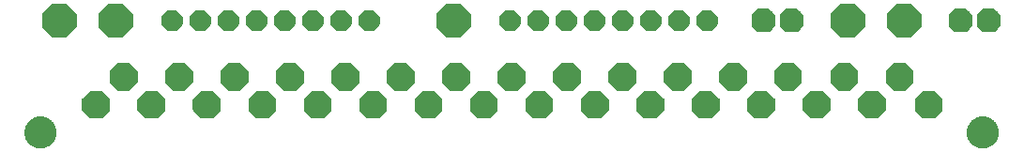
<source format=gbr>
G04 #@! TF.GenerationSoftware,KiCad,Pcbnew,8.0.2*
G04 #@! TF.CreationDate,2024-11-11T10:43:17+01:00*
G04 #@! TF.ProjectId,junior-interface-conn,6a756e69-6f72-42d6-996e-746572666163,rev?*
G04 #@! TF.SameCoordinates,Original*
G04 #@! TF.FileFunction,Soldermask,Bot*
G04 #@! TF.FilePolarity,Negative*
%FSLAX46Y46*%
G04 Gerber Fmt 4.6, Leading zero omitted, Abs format (unit mm)*
G04 Created by KiCad (PCBNEW 8.0.2) date 2024-11-11 10:43:17*
%MOMM*%
%LPD*%
G01*
G04 APERTURE LIST*
G04 APERTURE END LIST*
G36*
X94878066Y-72133956D02*
G01*
X94939823Y-72133956D01*
X94994950Y-72143155D01*
X95046929Y-72147246D01*
X95109525Y-72162274D01*
X95176199Y-72173400D01*
X95223488Y-72189634D01*
X95268263Y-72200384D01*
X95333437Y-72227380D01*
X95402860Y-72251213D01*
X95441636Y-72272197D01*
X95478565Y-72287494D01*
X95544016Y-72327602D01*
X95613622Y-72365271D01*
X95643740Y-72388713D01*
X95672650Y-72406429D01*
X95735833Y-72460392D01*
X95802736Y-72512465D01*
X95824557Y-72536169D01*
X95845739Y-72554260D01*
X95903899Y-72622357D01*
X95965043Y-72688777D01*
X95979416Y-72710776D01*
X95993570Y-72727349D01*
X96043867Y-72809427D01*
X96096116Y-72889400D01*
X96104280Y-72908012D01*
X96112505Y-72921434D01*
X96152139Y-73017120D01*
X96192381Y-73108861D01*
X96195906Y-73122782D01*
X96199615Y-73131736D01*
X96225924Y-73241323D01*
X96251210Y-73341173D01*
X96251902Y-73349526D01*
X96252753Y-73353070D01*
X96263292Y-73486985D01*
X96271000Y-73580000D01*
X96263291Y-73673022D01*
X96252753Y-73806929D01*
X96251902Y-73810472D01*
X96251210Y-73818827D01*
X96225920Y-73918695D01*
X96199615Y-74028263D01*
X96195907Y-74037214D01*
X96192381Y-74051139D01*
X96152132Y-74142896D01*
X96112505Y-74238565D01*
X96104281Y-74251984D01*
X96096116Y-74270600D01*
X96043857Y-74350587D01*
X95993570Y-74432650D01*
X95979419Y-74449218D01*
X95965043Y-74471223D01*
X95903887Y-74537655D01*
X95845739Y-74605739D01*
X95824561Y-74623825D01*
X95802736Y-74647535D01*
X95735820Y-74699617D01*
X95672650Y-74753570D01*
X95643746Y-74771281D01*
X95613622Y-74794729D01*
X95544003Y-74832404D01*
X95478565Y-74872505D01*
X95441644Y-74887797D01*
X95402860Y-74908787D01*
X95333423Y-74932624D01*
X95268263Y-74959615D01*
X95223497Y-74970362D01*
X95176199Y-74986600D01*
X95109511Y-74997728D01*
X95046929Y-75012753D01*
X94994962Y-75016842D01*
X94939823Y-75026044D01*
X94878054Y-75026044D01*
X94820000Y-75030613D01*
X94761946Y-75026044D01*
X94700177Y-75026044D01*
X94645038Y-75016843D01*
X94593070Y-75012753D01*
X94530484Y-74997727D01*
X94463801Y-74986600D01*
X94416504Y-74970363D01*
X94371736Y-74959615D01*
X94306570Y-74932622D01*
X94237140Y-74908787D01*
X94198358Y-74887799D01*
X94161434Y-74872505D01*
X94095988Y-74832400D01*
X94026378Y-74794729D01*
X93996257Y-74771284D01*
X93967349Y-74753570D01*
X93904168Y-74699608D01*
X93837264Y-74647535D01*
X93815441Y-74623829D01*
X93794260Y-74605739D01*
X93736098Y-74537640D01*
X93674957Y-74471223D01*
X93660584Y-74449223D01*
X93646429Y-74432650D01*
X93596126Y-74350562D01*
X93543884Y-74270600D01*
X93535720Y-74251990D01*
X93527494Y-74238565D01*
X93487850Y-74142856D01*
X93447619Y-74051139D01*
X93444094Y-74037220D01*
X93440384Y-74028263D01*
X93414060Y-73918619D01*
X93388790Y-73818827D01*
X93388098Y-73810478D01*
X93387246Y-73806929D01*
X93376688Y-73672781D01*
X93369000Y-73580000D01*
X93376687Y-73487225D01*
X93387246Y-73353070D01*
X93388098Y-73349519D01*
X93388790Y-73341173D01*
X93414056Y-73241399D01*
X93440384Y-73131736D01*
X93444095Y-73122776D01*
X93447619Y-73108861D01*
X93487842Y-73017160D01*
X93527494Y-72921434D01*
X93535722Y-72908006D01*
X93543884Y-72889400D01*
X93596116Y-72809452D01*
X93646429Y-72727349D01*
X93660587Y-72710771D01*
X93674957Y-72688777D01*
X93736087Y-72622372D01*
X93794260Y-72554260D01*
X93815446Y-72536165D01*
X93837264Y-72512465D01*
X93904155Y-72460401D01*
X93967349Y-72406429D01*
X93996263Y-72388710D01*
X94026378Y-72365271D01*
X94095974Y-72327607D01*
X94161434Y-72287494D01*
X94198366Y-72272196D01*
X94237140Y-72251213D01*
X94306556Y-72227382D01*
X94371736Y-72200384D01*
X94416514Y-72189633D01*
X94463801Y-72173400D01*
X94530471Y-72162274D01*
X94593070Y-72147246D01*
X94645049Y-72143155D01*
X94700177Y-72133956D01*
X94761933Y-72133956D01*
X94820000Y-72129386D01*
X94878066Y-72133956D01*
G37*
G36*
X179878066Y-72133956D02*
G01*
X179939823Y-72133956D01*
X179994950Y-72143155D01*
X180046929Y-72147246D01*
X180109525Y-72162274D01*
X180176199Y-72173400D01*
X180223488Y-72189634D01*
X180268263Y-72200384D01*
X180333437Y-72227380D01*
X180402860Y-72251213D01*
X180441636Y-72272197D01*
X180478565Y-72287494D01*
X180544016Y-72327602D01*
X180613622Y-72365271D01*
X180643740Y-72388713D01*
X180672650Y-72406429D01*
X180735833Y-72460392D01*
X180802736Y-72512465D01*
X180824557Y-72536169D01*
X180845739Y-72554260D01*
X180903899Y-72622357D01*
X180965043Y-72688777D01*
X180979416Y-72710776D01*
X180993570Y-72727349D01*
X181043867Y-72809427D01*
X181096116Y-72889400D01*
X181104280Y-72908012D01*
X181112505Y-72921434D01*
X181152139Y-73017120D01*
X181192381Y-73108861D01*
X181195906Y-73122782D01*
X181199615Y-73131736D01*
X181225924Y-73241323D01*
X181251210Y-73341173D01*
X181251902Y-73349526D01*
X181252753Y-73353070D01*
X181263292Y-73486985D01*
X181271000Y-73580000D01*
X181263291Y-73673022D01*
X181252753Y-73806929D01*
X181251902Y-73810472D01*
X181251210Y-73818827D01*
X181225920Y-73918695D01*
X181199615Y-74028263D01*
X181195907Y-74037214D01*
X181192381Y-74051139D01*
X181152132Y-74142896D01*
X181112505Y-74238565D01*
X181104281Y-74251984D01*
X181096116Y-74270600D01*
X181043857Y-74350587D01*
X180993570Y-74432650D01*
X180979419Y-74449218D01*
X180965043Y-74471223D01*
X180903887Y-74537655D01*
X180845739Y-74605739D01*
X180824561Y-74623825D01*
X180802736Y-74647535D01*
X180735820Y-74699617D01*
X180672650Y-74753570D01*
X180643746Y-74771281D01*
X180613622Y-74794729D01*
X180544003Y-74832404D01*
X180478565Y-74872505D01*
X180441644Y-74887797D01*
X180402860Y-74908787D01*
X180333423Y-74932624D01*
X180268263Y-74959615D01*
X180223497Y-74970362D01*
X180176199Y-74986600D01*
X180109511Y-74997728D01*
X180046929Y-75012753D01*
X179994962Y-75016842D01*
X179939823Y-75026044D01*
X179878054Y-75026044D01*
X179820000Y-75030613D01*
X179761946Y-75026044D01*
X179700177Y-75026044D01*
X179645038Y-75016843D01*
X179593070Y-75012753D01*
X179530484Y-74997727D01*
X179463801Y-74986600D01*
X179416504Y-74970363D01*
X179371736Y-74959615D01*
X179306570Y-74932622D01*
X179237140Y-74908787D01*
X179198358Y-74887799D01*
X179161434Y-74872505D01*
X179095988Y-74832400D01*
X179026378Y-74794729D01*
X178996257Y-74771284D01*
X178967349Y-74753570D01*
X178904168Y-74699608D01*
X178837264Y-74647535D01*
X178815441Y-74623829D01*
X178794260Y-74605739D01*
X178736098Y-74537640D01*
X178674957Y-74471223D01*
X178660584Y-74449223D01*
X178646429Y-74432650D01*
X178596126Y-74350562D01*
X178543884Y-74270600D01*
X178535720Y-74251990D01*
X178527494Y-74238565D01*
X178487850Y-74142856D01*
X178447619Y-74051139D01*
X178444094Y-74037220D01*
X178440384Y-74028263D01*
X178414060Y-73918619D01*
X178388790Y-73818827D01*
X178388098Y-73810478D01*
X178387246Y-73806929D01*
X178376688Y-73672781D01*
X178369000Y-73580000D01*
X178376687Y-73487225D01*
X178387246Y-73353070D01*
X178388098Y-73349519D01*
X178388790Y-73341173D01*
X178414056Y-73241399D01*
X178440384Y-73131736D01*
X178444095Y-73122776D01*
X178447619Y-73108861D01*
X178487842Y-73017160D01*
X178527494Y-72921434D01*
X178535722Y-72908006D01*
X178543884Y-72889400D01*
X178596116Y-72809452D01*
X178646429Y-72727349D01*
X178660587Y-72710771D01*
X178674957Y-72688777D01*
X178736087Y-72622372D01*
X178794260Y-72554260D01*
X178815446Y-72536165D01*
X178837264Y-72512465D01*
X178904155Y-72460401D01*
X178967349Y-72406429D01*
X178996263Y-72388710D01*
X179026378Y-72365271D01*
X179095974Y-72327607D01*
X179161434Y-72287494D01*
X179198366Y-72272196D01*
X179237140Y-72251213D01*
X179306556Y-72227382D01*
X179371736Y-72200384D01*
X179416514Y-72189633D01*
X179463801Y-72173400D01*
X179530471Y-72162274D01*
X179593070Y-72147246D01*
X179645049Y-72143155D01*
X179700177Y-72133956D01*
X179761933Y-72133956D01*
X179820000Y-72129386D01*
X179878066Y-72133956D01*
G37*
G36*
X100342302Y-69833237D02*
G01*
X100350060Y-69835150D01*
X100354106Y-69838127D01*
X100359598Y-69840402D01*
X101059598Y-70540402D01*
X101068835Y-70562703D01*
X101072969Y-70569541D01*
X101073724Y-70574507D01*
X101076000Y-70580000D01*
X101076000Y-71580000D01*
X101066759Y-71602307D01*
X101064849Y-71610060D01*
X101061873Y-71614103D01*
X101059598Y-71619598D01*
X100359598Y-72319598D01*
X100337293Y-72328836D01*
X100330458Y-72332969D01*
X100325493Y-72333724D01*
X100320000Y-72336000D01*
X100310543Y-72336000D01*
X99335178Y-72336000D01*
X99320000Y-72336000D01*
X99297693Y-72326760D01*
X99289939Y-72324849D01*
X99285894Y-72321872D01*
X99280402Y-72319598D01*
X98580402Y-71619598D01*
X98571165Y-71597298D01*
X98567030Y-71590458D01*
X98566274Y-71585490D01*
X98564000Y-71580000D01*
X98564000Y-70580000D01*
X98573237Y-70557698D01*
X98575150Y-70549939D01*
X98578128Y-70545891D01*
X98580402Y-70540402D01*
X98587082Y-70533721D01*
X98587085Y-70533718D01*
X99269670Y-69851133D01*
X99269672Y-69851131D01*
X99280402Y-69840402D01*
X99302698Y-69831166D01*
X99309541Y-69827030D01*
X99314510Y-69826274D01*
X99320000Y-69824000D01*
X100320000Y-69824000D01*
X100342302Y-69833237D01*
G37*
G36*
X105342302Y-69833237D02*
G01*
X105350060Y-69835150D01*
X105354106Y-69838127D01*
X105359598Y-69840402D01*
X106059598Y-70540402D01*
X106068835Y-70562703D01*
X106072969Y-70569541D01*
X106073724Y-70574507D01*
X106076000Y-70580000D01*
X106076000Y-71580000D01*
X106066759Y-71602307D01*
X106064849Y-71610060D01*
X106061873Y-71614103D01*
X106059598Y-71619598D01*
X105359598Y-72319598D01*
X105337293Y-72328836D01*
X105330458Y-72332969D01*
X105325493Y-72333724D01*
X105320000Y-72336000D01*
X105310543Y-72336000D01*
X104335178Y-72336000D01*
X104320000Y-72336000D01*
X104297693Y-72326760D01*
X104289939Y-72324849D01*
X104285894Y-72321872D01*
X104280402Y-72319598D01*
X103580402Y-71619598D01*
X103571165Y-71597298D01*
X103567030Y-71590458D01*
X103566274Y-71585490D01*
X103564000Y-71580000D01*
X103564000Y-70580000D01*
X103573237Y-70557698D01*
X103575150Y-70549939D01*
X103578128Y-70545891D01*
X103580402Y-70540402D01*
X103587082Y-70533721D01*
X103587085Y-70533718D01*
X104269670Y-69851133D01*
X104269672Y-69851131D01*
X104280402Y-69840402D01*
X104302698Y-69831166D01*
X104309541Y-69827030D01*
X104314510Y-69826274D01*
X104320000Y-69824000D01*
X105320000Y-69824000D01*
X105342302Y-69833237D01*
G37*
G36*
X110342302Y-69833237D02*
G01*
X110350060Y-69835150D01*
X110354106Y-69838127D01*
X110359598Y-69840402D01*
X111059598Y-70540402D01*
X111068835Y-70562703D01*
X111072969Y-70569541D01*
X111073724Y-70574507D01*
X111076000Y-70580000D01*
X111076000Y-71580000D01*
X111066759Y-71602307D01*
X111064849Y-71610060D01*
X111061873Y-71614103D01*
X111059598Y-71619598D01*
X110359598Y-72319598D01*
X110337293Y-72328836D01*
X110330458Y-72332969D01*
X110325493Y-72333724D01*
X110320000Y-72336000D01*
X110310543Y-72336000D01*
X109335178Y-72336000D01*
X109320000Y-72336000D01*
X109297693Y-72326760D01*
X109289939Y-72324849D01*
X109285894Y-72321872D01*
X109280402Y-72319598D01*
X108580402Y-71619598D01*
X108571165Y-71597298D01*
X108567030Y-71590458D01*
X108566274Y-71585490D01*
X108564000Y-71580000D01*
X108564000Y-70580000D01*
X108573237Y-70557698D01*
X108575150Y-70549939D01*
X108578128Y-70545891D01*
X108580402Y-70540402D01*
X108587082Y-70533721D01*
X108587085Y-70533718D01*
X109269670Y-69851133D01*
X109269672Y-69851131D01*
X109280402Y-69840402D01*
X109302698Y-69831166D01*
X109309541Y-69827030D01*
X109314510Y-69826274D01*
X109320000Y-69824000D01*
X110320000Y-69824000D01*
X110342302Y-69833237D01*
G37*
G36*
X115342302Y-69833237D02*
G01*
X115350060Y-69835150D01*
X115354106Y-69838127D01*
X115359598Y-69840402D01*
X116059598Y-70540402D01*
X116068835Y-70562703D01*
X116072969Y-70569541D01*
X116073724Y-70574507D01*
X116076000Y-70580000D01*
X116076000Y-71580000D01*
X116066759Y-71602307D01*
X116064849Y-71610060D01*
X116061873Y-71614103D01*
X116059598Y-71619598D01*
X115359598Y-72319598D01*
X115337293Y-72328836D01*
X115330458Y-72332969D01*
X115325493Y-72333724D01*
X115320000Y-72336000D01*
X115310543Y-72336000D01*
X114335178Y-72336000D01*
X114320000Y-72336000D01*
X114297693Y-72326760D01*
X114289939Y-72324849D01*
X114285894Y-72321872D01*
X114280402Y-72319598D01*
X113580402Y-71619598D01*
X113571165Y-71597298D01*
X113567030Y-71590458D01*
X113566274Y-71585490D01*
X113564000Y-71580000D01*
X113564000Y-70580000D01*
X113573237Y-70557698D01*
X113575150Y-70549939D01*
X113578128Y-70545891D01*
X113580402Y-70540402D01*
X113587082Y-70533721D01*
X113587085Y-70533718D01*
X114269670Y-69851133D01*
X114269672Y-69851131D01*
X114280402Y-69840402D01*
X114302698Y-69831166D01*
X114309541Y-69827030D01*
X114314510Y-69826274D01*
X114320000Y-69824000D01*
X115320000Y-69824000D01*
X115342302Y-69833237D01*
G37*
G36*
X120342302Y-69833237D02*
G01*
X120350060Y-69835150D01*
X120354106Y-69838127D01*
X120359598Y-69840402D01*
X121059598Y-70540402D01*
X121068835Y-70562703D01*
X121072969Y-70569541D01*
X121073724Y-70574507D01*
X121076000Y-70580000D01*
X121076000Y-71580000D01*
X121066759Y-71602307D01*
X121064849Y-71610060D01*
X121061873Y-71614103D01*
X121059598Y-71619598D01*
X120359598Y-72319598D01*
X120337293Y-72328836D01*
X120330458Y-72332969D01*
X120325493Y-72333724D01*
X120320000Y-72336000D01*
X120310543Y-72336000D01*
X119335178Y-72336000D01*
X119320000Y-72336000D01*
X119297693Y-72326760D01*
X119289939Y-72324849D01*
X119285894Y-72321872D01*
X119280402Y-72319598D01*
X118580402Y-71619598D01*
X118571165Y-71597298D01*
X118567030Y-71590458D01*
X118566274Y-71585490D01*
X118564000Y-71580000D01*
X118564000Y-70580000D01*
X118573237Y-70557698D01*
X118575150Y-70549939D01*
X118578128Y-70545891D01*
X118580402Y-70540402D01*
X118587082Y-70533721D01*
X118587085Y-70533718D01*
X119269670Y-69851133D01*
X119269672Y-69851131D01*
X119280402Y-69840402D01*
X119302698Y-69831166D01*
X119309541Y-69827030D01*
X119314510Y-69826274D01*
X119320000Y-69824000D01*
X120320000Y-69824000D01*
X120342302Y-69833237D01*
G37*
G36*
X125342302Y-69833237D02*
G01*
X125350060Y-69835150D01*
X125354106Y-69838127D01*
X125359598Y-69840402D01*
X126059598Y-70540402D01*
X126068835Y-70562703D01*
X126072969Y-70569541D01*
X126073724Y-70574507D01*
X126076000Y-70580000D01*
X126076000Y-71580000D01*
X126066759Y-71602307D01*
X126064849Y-71610060D01*
X126061873Y-71614103D01*
X126059598Y-71619598D01*
X125359598Y-72319598D01*
X125337293Y-72328836D01*
X125330458Y-72332969D01*
X125325493Y-72333724D01*
X125320000Y-72336000D01*
X125310543Y-72336000D01*
X124335178Y-72336000D01*
X124320000Y-72336000D01*
X124297693Y-72326760D01*
X124289939Y-72324849D01*
X124285894Y-72321872D01*
X124280402Y-72319598D01*
X123580402Y-71619598D01*
X123571165Y-71597298D01*
X123567030Y-71590458D01*
X123566274Y-71585490D01*
X123564000Y-71580000D01*
X123564000Y-70580000D01*
X123573237Y-70557698D01*
X123575150Y-70549939D01*
X123578128Y-70545891D01*
X123580402Y-70540402D01*
X123587082Y-70533721D01*
X123587085Y-70533718D01*
X124269670Y-69851133D01*
X124269672Y-69851131D01*
X124280402Y-69840402D01*
X124302698Y-69831166D01*
X124309541Y-69827030D01*
X124314510Y-69826274D01*
X124320000Y-69824000D01*
X125320000Y-69824000D01*
X125342302Y-69833237D01*
G37*
G36*
X130342302Y-69833237D02*
G01*
X130350060Y-69835150D01*
X130354106Y-69838127D01*
X130359598Y-69840402D01*
X131059598Y-70540402D01*
X131068835Y-70562703D01*
X131072969Y-70569541D01*
X131073724Y-70574507D01*
X131076000Y-70580000D01*
X131076000Y-71580000D01*
X131066759Y-71602307D01*
X131064849Y-71610060D01*
X131061873Y-71614103D01*
X131059598Y-71619598D01*
X130359598Y-72319598D01*
X130337293Y-72328836D01*
X130330458Y-72332969D01*
X130325493Y-72333724D01*
X130320000Y-72336000D01*
X130310543Y-72336000D01*
X129335178Y-72336000D01*
X129320000Y-72336000D01*
X129297693Y-72326760D01*
X129289939Y-72324849D01*
X129285894Y-72321872D01*
X129280402Y-72319598D01*
X128580402Y-71619598D01*
X128571165Y-71597298D01*
X128567030Y-71590458D01*
X128566274Y-71585490D01*
X128564000Y-71580000D01*
X128564000Y-70580000D01*
X128573237Y-70557698D01*
X128575150Y-70549939D01*
X128578128Y-70545891D01*
X128580402Y-70540402D01*
X128587082Y-70533721D01*
X128587085Y-70533718D01*
X129269670Y-69851133D01*
X129269672Y-69851131D01*
X129280402Y-69840402D01*
X129302698Y-69831166D01*
X129309541Y-69827030D01*
X129314510Y-69826274D01*
X129320000Y-69824000D01*
X130320000Y-69824000D01*
X130342302Y-69833237D01*
G37*
G36*
X135342302Y-69833237D02*
G01*
X135350060Y-69835150D01*
X135354106Y-69838127D01*
X135359598Y-69840402D01*
X136059598Y-70540402D01*
X136068835Y-70562703D01*
X136072969Y-70569541D01*
X136073724Y-70574507D01*
X136076000Y-70580000D01*
X136076000Y-71580000D01*
X136066759Y-71602307D01*
X136064849Y-71610060D01*
X136061873Y-71614103D01*
X136059598Y-71619598D01*
X135359598Y-72319598D01*
X135337293Y-72328836D01*
X135330458Y-72332969D01*
X135325493Y-72333724D01*
X135320000Y-72336000D01*
X135310543Y-72336000D01*
X134335178Y-72336000D01*
X134320000Y-72336000D01*
X134297693Y-72326760D01*
X134289939Y-72324849D01*
X134285894Y-72321872D01*
X134280402Y-72319598D01*
X133580402Y-71619598D01*
X133571165Y-71597298D01*
X133567030Y-71590458D01*
X133566274Y-71585490D01*
X133564000Y-71580000D01*
X133564000Y-70580000D01*
X133573237Y-70557698D01*
X133575150Y-70549939D01*
X133578128Y-70545891D01*
X133580402Y-70540402D01*
X133587082Y-70533721D01*
X133587085Y-70533718D01*
X134269670Y-69851133D01*
X134269672Y-69851131D01*
X134280402Y-69840402D01*
X134302698Y-69831166D01*
X134309541Y-69827030D01*
X134314510Y-69826274D01*
X134320000Y-69824000D01*
X135320000Y-69824000D01*
X135342302Y-69833237D01*
G37*
G36*
X140342302Y-69833237D02*
G01*
X140350060Y-69835150D01*
X140354106Y-69838127D01*
X140359598Y-69840402D01*
X141059598Y-70540402D01*
X141068835Y-70562703D01*
X141072969Y-70569541D01*
X141073724Y-70574507D01*
X141076000Y-70580000D01*
X141076000Y-71580000D01*
X141066759Y-71602307D01*
X141064849Y-71610060D01*
X141061873Y-71614103D01*
X141059598Y-71619598D01*
X140359598Y-72319598D01*
X140337293Y-72328836D01*
X140330458Y-72332969D01*
X140325493Y-72333724D01*
X140320000Y-72336000D01*
X140310543Y-72336000D01*
X139335178Y-72336000D01*
X139320000Y-72336000D01*
X139297693Y-72326760D01*
X139289939Y-72324849D01*
X139285894Y-72321872D01*
X139280402Y-72319598D01*
X138580402Y-71619598D01*
X138571165Y-71597298D01*
X138567030Y-71590458D01*
X138566274Y-71585490D01*
X138564000Y-71580000D01*
X138564000Y-70580000D01*
X138573237Y-70557698D01*
X138575150Y-70549939D01*
X138578128Y-70545891D01*
X138580402Y-70540402D01*
X138587082Y-70533721D01*
X138587085Y-70533718D01*
X139269670Y-69851133D01*
X139269672Y-69851131D01*
X139280402Y-69840402D01*
X139302698Y-69831166D01*
X139309541Y-69827030D01*
X139314510Y-69826274D01*
X139320000Y-69824000D01*
X140320000Y-69824000D01*
X140342302Y-69833237D01*
G37*
G36*
X145342302Y-69833237D02*
G01*
X145350060Y-69835150D01*
X145354106Y-69838127D01*
X145359598Y-69840402D01*
X146059598Y-70540402D01*
X146068835Y-70562703D01*
X146072969Y-70569541D01*
X146073724Y-70574507D01*
X146076000Y-70580000D01*
X146076000Y-71580000D01*
X146066759Y-71602307D01*
X146064849Y-71610060D01*
X146061873Y-71614103D01*
X146059598Y-71619598D01*
X145359598Y-72319598D01*
X145337293Y-72328836D01*
X145330458Y-72332969D01*
X145325493Y-72333724D01*
X145320000Y-72336000D01*
X145310543Y-72336000D01*
X144335178Y-72336000D01*
X144320000Y-72336000D01*
X144297693Y-72326760D01*
X144289939Y-72324849D01*
X144285894Y-72321872D01*
X144280402Y-72319598D01*
X143580402Y-71619598D01*
X143571165Y-71597298D01*
X143567030Y-71590458D01*
X143566274Y-71585490D01*
X143564000Y-71580000D01*
X143564000Y-70580000D01*
X143573237Y-70557698D01*
X143575150Y-70549939D01*
X143578128Y-70545891D01*
X143580402Y-70540402D01*
X143587082Y-70533721D01*
X143587085Y-70533718D01*
X144269670Y-69851133D01*
X144269672Y-69851131D01*
X144280402Y-69840402D01*
X144302698Y-69831166D01*
X144309541Y-69827030D01*
X144314510Y-69826274D01*
X144320000Y-69824000D01*
X145320000Y-69824000D01*
X145342302Y-69833237D01*
G37*
G36*
X150342302Y-69833237D02*
G01*
X150350060Y-69835150D01*
X150354106Y-69838127D01*
X150359598Y-69840402D01*
X151059598Y-70540402D01*
X151068835Y-70562703D01*
X151072969Y-70569541D01*
X151073724Y-70574507D01*
X151076000Y-70580000D01*
X151076000Y-71580000D01*
X151066759Y-71602307D01*
X151064849Y-71610060D01*
X151061873Y-71614103D01*
X151059598Y-71619598D01*
X150359598Y-72319598D01*
X150337293Y-72328836D01*
X150330458Y-72332969D01*
X150325493Y-72333724D01*
X150320000Y-72336000D01*
X150310543Y-72336000D01*
X149335178Y-72336000D01*
X149320000Y-72336000D01*
X149297693Y-72326760D01*
X149289939Y-72324849D01*
X149285894Y-72321872D01*
X149280402Y-72319598D01*
X148580402Y-71619598D01*
X148571165Y-71597298D01*
X148567030Y-71590458D01*
X148566274Y-71585490D01*
X148564000Y-71580000D01*
X148564000Y-70580000D01*
X148573237Y-70557698D01*
X148575150Y-70549939D01*
X148578128Y-70545891D01*
X148580402Y-70540402D01*
X148587082Y-70533721D01*
X148587085Y-70533718D01*
X149269670Y-69851133D01*
X149269672Y-69851131D01*
X149280402Y-69840402D01*
X149302698Y-69831166D01*
X149309541Y-69827030D01*
X149314510Y-69826274D01*
X149320000Y-69824000D01*
X150320000Y-69824000D01*
X150342302Y-69833237D01*
G37*
G36*
X155342302Y-69833237D02*
G01*
X155350060Y-69835150D01*
X155354106Y-69838127D01*
X155359598Y-69840402D01*
X156059598Y-70540402D01*
X156068835Y-70562703D01*
X156072969Y-70569541D01*
X156073724Y-70574507D01*
X156076000Y-70580000D01*
X156076000Y-71580000D01*
X156066759Y-71602307D01*
X156064849Y-71610060D01*
X156061873Y-71614103D01*
X156059598Y-71619598D01*
X155359598Y-72319598D01*
X155337293Y-72328836D01*
X155330458Y-72332969D01*
X155325493Y-72333724D01*
X155320000Y-72336000D01*
X155310543Y-72336000D01*
X154335178Y-72336000D01*
X154320000Y-72336000D01*
X154297693Y-72326760D01*
X154289939Y-72324849D01*
X154285894Y-72321872D01*
X154280402Y-72319598D01*
X153580402Y-71619598D01*
X153571165Y-71597298D01*
X153567030Y-71590458D01*
X153566274Y-71585490D01*
X153564000Y-71580000D01*
X153564000Y-70580000D01*
X153573237Y-70557698D01*
X153575150Y-70549939D01*
X153578128Y-70545891D01*
X153580402Y-70540402D01*
X153587082Y-70533721D01*
X153587085Y-70533718D01*
X154269670Y-69851133D01*
X154269672Y-69851131D01*
X154280402Y-69840402D01*
X154302698Y-69831166D01*
X154309541Y-69827030D01*
X154314510Y-69826274D01*
X154320000Y-69824000D01*
X155320000Y-69824000D01*
X155342302Y-69833237D01*
G37*
G36*
X160342302Y-69833237D02*
G01*
X160350060Y-69835150D01*
X160354106Y-69838127D01*
X160359598Y-69840402D01*
X161059598Y-70540402D01*
X161068835Y-70562703D01*
X161072969Y-70569541D01*
X161073724Y-70574507D01*
X161076000Y-70580000D01*
X161076000Y-71580000D01*
X161066759Y-71602307D01*
X161064849Y-71610060D01*
X161061873Y-71614103D01*
X161059598Y-71619598D01*
X160359598Y-72319598D01*
X160337293Y-72328836D01*
X160330458Y-72332969D01*
X160325493Y-72333724D01*
X160320000Y-72336000D01*
X160310543Y-72336000D01*
X159335178Y-72336000D01*
X159320000Y-72336000D01*
X159297693Y-72326760D01*
X159289939Y-72324849D01*
X159285894Y-72321872D01*
X159280402Y-72319598D01*
X158580402Y-71619598D01*
X158571165Y-71597298D01*
X158567030Y-71590458D01*
X158566274Y-71585490D01*
X158564000Y-71580000D01*
X158564000Y-70580000D01*
X158573237Y-70557698D01*
X158575150Y-70549939D01*
X158578128Y-70545891D01*
X158580402Y-70540402D01*
X158587082Y-70533721D01*
X158587085Y-70533718D01*
X159269670Y-69851133D01*
X159269672Y-69851131D01*
X159280402Y-69840402D01*
X159302698Y-69831166D01*
X159309541Y-69827030D01*
X159314510Y-69826274D01*
X159320000Y-69824000D01*
X160320000Y-69824000D01*
X160342302Y-69833237D01*
G37*
G36*
X165342302Y-69833237D02*
G01*
X165350060Y-69835150D01*
X165354106Y-69838127D01*
X165359598Y-69840402D01*
X166059598Y-70540402D01*
X166068835Y-70562703D01*
X166072969Y-70569541D01*
X166073724Y-70574507D01*
X166076000Y-70580000D01*
X166076000Y-71580000D01*
X166066759Y-71602307D01*
X166064849Y-71610060D01*
X166061873Y-71614103D01*
X166059598Y-71619598D01*
X165359598Y-72319598D01*
X165337293Y-72328836D01*
X165330458Y-72332969D01*
X165325493Y-72333724D01*
X165320000Y-72336000D01*
X165310543Y-72336000D01*
X164335178Y-72336000D01*
X164320000Y-72336000D01*
X164297693Y-72326760D01*
X164289939Y-72324849D01*
X164285894Y-72321872D01*
X164280402Y-72319598D01*
X163580402Y-71619598D01*
X163571165Y-71597298D01*
X163567030Y-71590458D01*
X163566274Y-71585490D01*
X163564000Y-71580000D01*
X163564000Y-70580000D01*
X163573237Y-70557698D01*
X163575150Y-70549939D01*
X163578128Y-70545891D01*
X163580402Y-70540402D01*
X163587082Y-70533721D01*
X163587085Y-70533718D01*
X164269670Y-69851133D01*
X164269672Y-69851131D01*
X164280402Y-69840402D01*
X164302698Y-69831166D01*
X164309541Y-69827030D01*
X164314510Y-69826274D01*
X164320000Y-69824000D01*
X165320000Y-69824000D01*
X165342302Y-69833237D01*
G37*
G36*
X170342302Y-69833237D02*
G01*
X170350060Y-69835150D01*
X170354106Y-69838127D01*
X170359598Y-69840402D01*
X171059598Y-70540402D01*
X171068835Y-70562703D01*
X171072969Y-70569541D01*
X171073724Y-70574507D01*
X171076000Y-70580000D01*
X171076000Y-71580000D01*
X171066759Y-71602307D01*
X171064849Y-71610060D01*
X171061873Y-71614103D01*
X171059598Y-71619598D01*
X170359598Y-72319598D01*
X170337293Y-72328836D01*
X170330458Y-72332969D01*
X170325493Y-72333724D01*
X170320000Y-72336000D01*
X170310543Y-72336000D01*
X169335178Y-72336000D01*
X169320000Y-72336000D01*
X169297693Y-72326760D01*
X169289939Y-72324849D01*
X169285894Y-72321872D01*
X169280402Y-72319598D01*
X168580402Y-71619598D01*
X168571165Y-71597298D01*
X168567030Y-71590458D01*
X168566274Y-71585490D01*
X168564000Y-71580000D01*
X168564000Y-70580000D01*
X168573237Y-70557698D01*
X168575150Y-70549939D01*
X168578128Y-70545891D01*
X168580402Y-70540402D01*
X168587082Y-70533721D01*
X168587085Y-70533718D01*
X169269670Y-69851133D01*
X169269672Y-69851131D01*
X169280402Y-69840402D01*
X169302698Y-69831166D01*
X169309541Y-69827030D01*
X169314510Y-69826274D01*
X169320000Y-69824000D01*
X170320000Y-69824000D01*
X170342302Y-69833237D01*
G37*
G36*
X175462302Y-69833237D02*
G01*
X175470060Y-69835150D01*
X175474106Y-69838127D01*
X175479598Y-69840402D01*
X176179598Y-70540402D01*
X176188835Y-70562703D01*
X176192969Y-70569541D01*
X176193724Y-70574507D01*
X176196000Y-70580000D01*
X176196000Y-71580000D01*
X176186759Y-71602307D01*
X176184849Y-71610060D01*
X176181873Y-71614103D01*
X176179598Y-71619598D01*
X175479598Y-72319598D01*
X175457293Y-72328836D01*
X175450458Y-72332969D01*
X175445493Y-72333724D01*
X175440000Y-72336000D01*
X175430543Y-72336000D01*
X174455178Y-72336000D01*
X174440000Y-72336000D01*
X174417693Y-72326760D01*
X174409939Y-72324849D01*
X174405894Y-72321872D01*
X174400402Y-72319598D01*
X173700402Y-71619598D01*
X173691165Y-71597298D01*
X173687030Y-71590458D01*
X173686274Y-71585490D01*
X173684000Y-71580000D01*
X173684000Y-70580000D01*
X173693237Y-70557698D01*
X173695150Y-70549939D01*
X173698128Y-70545891D01*
X173700402Y-70540402D01*
X173707082Y-70533721D01*
X173707085Y-70533718D01*
X174389670Y-69851133D01*
X174389672Y-69851131D01*
X174400402Y-69840402D01*
X174422698Y-69831166D01*
X174429541Y-69827030D01*
X174434510Y-69826274D01*
X174440000Y-69824000D01*
X175440000Y-69824000D01*
X175462302Y-69833237D01*
G37*
G36*
X102842302Y-67333237D02*
G01*
X102850060Y-67335150D01*
X102854106Y-67338127D01*
X102859598Y-67340402D01*
X103559598Y-68040402D01*
X103568835Y-68062703D01*
X103572969Y-68069541D01*
X103573724Y-68074507D01*
X103576000Y-68080000D01*
X103576000Y-69080000D01*
X103566759Y-69102307D01*
X103564849Y-69110060D01*
X103561873Y-69114103D01*
X103559598Y-69119598D01*
X102859598Y-69819598D01*
X102837293Y-69828836D01*
X102830458Y-69832969D01*
X102825493Y-69833724D01*
X102820000Y-69836000D01*
X102810543Y-69836000D01*
X101835178Y-69836000D01*
X101820000Y-69836000D01*
X101797693Y-69826760D01*
X101789939Y-69824849D01*
X101785894Y-69821872D01*
X101780402Y-69819598D01*
X101080402Y-69119598D01*
X101071165Y-69097298D01*
X101067030Y-69090458D01*
X101066274Y-69085490D01*
X101064000Y-69080000D01*
X101064000Y-68080000D01*
X101073237Y-68057698D01*
X101075150Y-68049939D01*
X101078128Y-68045891D01*
X101080402Y-68040402D01*
X101087082Y-68033721D01*
X101087085Y-68033718D01*
X101769670Y-67351133D01*
X101769672Y-67351131D01*
X101780402Y-67340402D01*
X101802698Y-67331166D01*
X101809541Y-67327030D01*
X101814510Y-67326274D01*
X101820000Y-67324000D01*
X102820000Y-67324000D01*
X102842302Y-67333237D01*
G37*
G36*
X107842302Y-67333237D02*
G01*
X107850060Y-67335150D01*
X107854106Y-67338127D01*
X107859598Y-67340402D01*
X108559598Y-68040402D01*
X108568835Y-68062703D01*
X108572969Y-68069541D01*
X108573724Y-68074507D01*
X108576000Y-68080000D01*
X108576000Y-69080000D01*
X108566759Y-69102307D01*
X108564849Y-69110060D01*
X108561873Y-69114103D01*
X108559598Y-69119598D01*
X107859598Y-69819598D01*
X107837293Y-69828836D01*
X107830458Y-69832969D01*
X107825493Y-69833724D01*
X107820000Y-69836000D01*
X107810543Y-69836000D01*
X106835178Y-69836000D01*
X106820000Y-69836000D01*
X106797693Y-69826760D01*
X106789939Y-69824849D01*
X106785894Y-69821872D01*
X106780402Y-69819598D01*
X106080402Y-69119598D01*
X106071165Y-69097298D01*
X106067030Y-69090458D01*
X106066274Y-69085490D01*
X106064000Y-69080000D01*
X106064000Y-68080000D01*
X106073237Y-68057698D01*
X106075150Y-68049939D01*
X106078128Y-68045891D01*
X106080402Y-68040402D01*
X106087082Y-68033721D01*
X106087085Y-68033718D01*
X106769670Y-67351133D01*
X106769672Y-67351131D01*
X106780402Y-67340402D01*
X106802698Y-67331166D01*
X106809541Y-67327030D01*
X106814510Y-67326274D01*
X106820000Y-67324000D01*
X107820000Y-67324000D01*
X107842302Y-67333237D01*
G37*
G36*
X112842302Y-67333237D02*
G01*
X112850060Y-67335150D01*
X112854106Y-67338127D01*
X112859598Y-67340402D01*
X113559598Y-68040402D01*
X113568835Y-68062703D01*
X113572969Y-68069541D01*
X113573724Y-68074507D01*
X113576000Y-68080000D01*
X113576000Y-69080000D01*
X113566759Y-69102307D01*
X113564849Y-69110060D01*
X113561873Y-69114103D01*
X113559598Y-69119598D01*
X112859598Y-69819598D01*
X112837293Y-69828836D01*
X112830458Y-69832969D01*
X112825493Y-69833724D01*
X112820000Y-69836000D01*
X112810543Y-69836000D01*
X111835178Y-69836000D01*
X111820000Y-69836000D01*
X111797693Y-69826760D01*
X111789939Y-69824849D01*
X111785894Y-69821872D01*
X111780402Y-69819598D01*
X111080402Y-69119598D01*
X111071165Y-69097298D01*
X111067030Y-69090458D01*
X111066274Y-69085490D01*
X111064000Y-69080000D01*
X111064000Y-68080000D01*
X111073237Y-68057698D01*
X111075150Y-68049939D01*
X111078128Y-68045891D01*
X111080402Y-68040402D01*
X111087082Y-68033721D01*
X111087085Y-68033718D01*
X111769670Y-67351133D01*
X111769672Y-67351131D01*
X111780402Y-67340402D01*
X111802698Y-67331166D01*
X111809541Y-67327030D01*
X111814510Y-67326274D01*
X111820000Y-67324000D01*
X112820000Y-67324000D01*
X112842302Y-67333237D01*
G37*
G36*
X117842302Y-67333237D02*
G01*
X117850060Y-67335150D01*
X117854106Y-67338127D01*
X117859598Y-67340402D01*
X118559598Y-68040402D01*
X118568835Y-68062703D01*
X118572969Y-68069541D01*
X118573724Y-68074507D01*
X118576000Y-68080000D01*
X118576000Y-69080000D01*
X118566759Y-69102307D01*
X118564849Y-69110060D01*
X118561873Y-69114103D01*
X118559598Y-69119598D01*
X117859598Y-69819598D01*
X117837293Y-69828836D01*
X117830458Y-69832969D01*
X117825493Y-69833724D01*
X117820000Y-69836000D01*
X117810543Y-69836000D01*
X116835178Y-69836000D01*
X116820000Y-69836000D01*
X116797693Y-69826760D01*
X116789939Y-69824849D01*
X116785894Y-69821872D01*
X116780402Y-69819598D01*
X116080402Y-69119598D01*
X116071165Y-69097298D01*
X116067030Y-69090458D01*
X116066274Y-69085490D01*
X116064000Y-69080000D01*
X116064000Y-68080000D01*
X116073237Y-68057698D01*
X116075150Y-68049939D01*
X116078128Y-68045891D01*
X116080402Y-68040402D01*
X116087082Y-68033721D01*
X116087085Y-68033718D01*
X116769670Y-67351133D01*
X116769672Y-67351131D01*
X116780402Y-67340402D01*
X116802698Y-67331166D01*
X116809541Y-67327030D01*
X116814510Y-67326274D01*
X116820000Y-67324000D01*
X117820000Y-67324000D01*
X117842302Y-67333237D01*
G37*
G36*
X122842302Y-67333237D02*
G01*
X122850060Y-67335150D01*
X122854106Y-67338127D01*
X122859598Y-67340402D01*
X123559598Y-68040402D01*
X123568835Y-68062703D01*
X123572969Y-68069541D01*
X123573724Y-68074507D01*
X123576000Y-68080000D01*
X123576000Y-69080000D01*
X123566759Y-69102307D01*
X123564849Y-69110060D01*
X123561873Y-69114103D01*
X123559598Y-69119598D01*
X122859598Y-69819598D01*
X122837293Y-69828836D01*
X122830458Y-69832969D01*
X122825493Y-69833724D01*
X122820000Y-69836000D01*
X122810543Y-69836000D01*
X121835178Y-69836000D01*
X121820000Y-69836000D01*
X121797693Y-69826760D01*
X121789939Y-69824849D01*
X121785894Y-69821872D01*
X121780402Y-69819598D01*
X121080402Y-69119598D01*
X121071165Y-69097298D01*
X121067030Y-69090458D01*
X121066274Y-69085490D01*
X121064000Y-69080000D01*
X121064000Y-68080000D01*
X121073237Y-68057698D01*
X121075150Y-68049939D01*
X121078128Y-68045891D01*
X121080402Y-68040402D01*
X121087082Y-68033721D01*
X121087085Y-68033718D01*
X121769670Y-67351133D01*
X121769672Y-67351131D01*
X121780402Y-67340402D01*
X121802698Y-67331166D01*
X121809541Y-67327030D01*
X121814510Y-67326274D01*
X121820000Y-67324000D01*
X122820000Y-67324000D01*
X122842302Y-67333237D01*
G37*
G36*
X127842302Y-67333237D02*
G01*
X127850060Y-67335150D01*
X127854106Y-67338127D01*
X127859598Y-67340402D01*
X128559598Y-68040402D01*
X128568835Y-68062703D01*
X128572969Y-68069541D01*
X128573724Y-68074507D01*
X128576000Y-68080000D01*
X128576000Y-69080000D01*
X128566759Y-69102307D01*
X128564849Y-69110060D01*
X128561873Y-69114103D01*
X128559598Y-69119598D01*
X127859598Y-69819598D01*
X127837293Y-69828836D01*
X127830458Y-69832969D01*
X127825493Y-69833724D01*
X127820000Y-69836000D01*
X127810543Y-69836000D01*
X126835178Y-69836000D01*
X126820000Y-69836000D01*
X126797693Y-69826760D01*
X126789939Y-69824849D01*
X126785894Y-69821872D01*
X126780402Y-69819598D01*
X126080402Y-69119598D01*
X126071165Y-69097298D01*
X126067030Y-69090458D01*
X126066274Y-69085490D01*
X126064000Y-69080000D01*
X126064000Y-68080000D01*
X126073237Y-68057698D01*
X126075150Y-68049939D01*
X126078128Y-68045891D01*
X126080402Y-68040402D01*
X126087082Y-68033721D01*
X126087085Y-68033718D01*
X126769670Y-67351133D01*
X126769672Y-67351131D01*
X126780402Y-67340402D01*
X126802698Y-67331166D01*
X126809541Y-67327030D01*
X126814510Y-67326274D01*
X126820000Y-67324000D01*
X127820000Y-67324000D01*
X127842302Y-67333237D01*
G37*
G36*
X132842302Y-67333237D02*
G01*
X132850060Y-67335150D01*
X132854106Y-67338127D01*
X132859598Y-67340402D01*
X133559598Y-68040402D01*
X133568835Y-68062703D01*
X133572969Y-68069541D01*
X133573724Y-68074507D01*
X133576000Y-68080000D01*
X133576000Y-69080000D01*
X133566759Y-69102307D01*
X133564849Y-69110060D01*
X133561873Y-69114103D01*
X133559598Y-69119598D01*
X132859598Y-69819598D01*
X132837293Y-69828836D01*
X132830458Y-69832969D01*
X132825493Y-69833724D01*
X132820000Y-69836000D01*
X132810543Y-69836000D01*
X131835178Y-69836000D01*
X131820000Y-69836000D01*
X131797693Y-69826760D01*
X131789939Y-69824849D01*
X131785894Y-69821872D01*
X131780402Y-69819598D01*
X131080402Y-69119598D01*
X131071165Y-69097298D01*
X131067030Y-69090458D01*
X131066274Y-69085490D01*
X131064000Y-69080000D01*
X131064000Y-68080000D01*
X131073237Y-68057698D01*
X131075150Y-68049939D01*
X131078128Y-68045891D01*
X131080402Y-68040402D01*
X131087082Y-68033721D01*
X131087085Y-68033718D01*
X131769670Y-67351133D01*
X131769672Y-67351131D01*
X131780402Y-67340402D01*
X131802698Y-67331166D01*
X131809541Y-67327030D01*
X131814510Y-67326274D01*
X131820000Y-67324000D01*
X132820000Y-67324000D01*
X132842302Y-67333237D01*
G37*
G36*
X137842302Y-67333237D02*
G01*
X137850060Y-67335150D01*
X137854106Y-67338127D01*
X137859598Y-67340402D01*
X138559598Y-68040402D01*
X138568835Y-68062703D01*
X138572969Y-68069541D01*
X138573724Y-68074507D01*
X138576000Y-68080000D01*
X138576000Y-69080000D01*
X138566759Y-69102307D01*
X138564849Y-69110060D01*
X138561873Y-69114103D01*
X138559598Y-69119598D01*
X137859598Y-69819598D01*
X137837293Y-69828836D01*
X137830458Y-69832969D01*
X137825493Y-69833724D01*
X137820000Y-69836000D01*
X137810543Y-69836000D01*
X136835178Y-69836000D01*
X136820000Y-69836000D01*
X136797693Y-69826760D01*
X136789939Y-69824849D01*
X136785894Y-69821872D01*
X136780402Y-69819598D01*
X136080402Y-69119598D01*
X136071165Y-69097298D01*
X136067030Y-69090458D01*
X136066274Y-69085490D01*
X136064000Y-69080000D01*
X136064000Y-68080000D01*
X136073237Y-68057698D01*
X136075150Y-68049939D01*
X136078128Y-68045891D01*
X136080402Y-68040402D01*
X136087082Y-68033721D01*
X136087085Y-68033718D01*
X136769670Y-67351133D01*
X136769672Y-67351131D01*
X136780402Y-67340402D01*
X136802698Y-67331166D01*
X136809541Y-67327030D01*
X136814510Y-67326274D01*
X136820000Y-67324000D01*
X137820000Y-67324000D01*
X137842302Y-67333237D01*
G37*
G36*
X142842302Y-67333237D02*
G01*
X142850060Y-67335150D01*
X142854106Y-67338127D01*
X142859598Y-67340402D01*
X143559598Y-68040402D01*
X143568835Y-68062703D01*
X143572969Y-68069541D01*
X143573724Y-68074507D01*
X143576000Y-68080000D01*
X143576000Y-69080000D01*
X143566759Y-69102307D01*
X143564849Y-69110060D01*
X143561873Y-69114103D01*
X143559598Y-69119598D01*
X142859598Y-69819598D01*
X142837293Y-69828836D01*
X142830458Y-69832969D01*
X142825493Y-69833724D01*
X142820000Y-69836000D01*
X142810543Y-69836000D01*
X141835178Y-69836000D01*
X141820000Y-69836000D01*
X141797693Y-69826760D01*
X141789939Y-69824849D01*
X141785894Y-69821872D01*
X141780402Y-69819598D01*
X141080402Y-69119598D01*
X141071165Y-69097298D01*
X141067030Y-69090458D01*
X141066274Y-69085490D01*
X141064000Y-69080000D01*
X141064000Y-68080000D01*
X141073237Y-68057698D01*
X141075150Y-68049939D01*
X141078128Y-68045891D01*
X141080402Y-68040402D01*
X141087082Y-68033721D01*
X141087085Y-68033718D01*
X141769670Y-67351133D01*
X141769672Y-67351131D01*
X141780402Y-67340402D01*
X141802698Y-67331166D01*
X141809541Y-67327030D01*
X141814510Y-67326274D01*
X141820000Y-67324000D01*
X142820000Y-67324000D01*
X142842302Y-67333237D01*
G37*
G36*
X147842302Y-67333237D02*
G01*
X147850060Y-67335150D01*
X147854106Y-67338127D01*
X147859598Y-67340402D01*
X148559598Y-68040402D01*
X148568835Y-68062703D01*
X148572969Y-68069541D01*
X148573724Y-68074507D01*
X148576000Y-68080000D01*
X148576000Y-69080000D01*
X148566759Y-69102307D01*
X148564849Y-69110060D01*
X148561873Y-69114103D01*
X148559598Y-69119598D01*
X147859598Y-69819598D01*
X147837293Y-69828836D01*
X147830458Y-69832969D01*
X147825493Y-69833724D01*
X147820000Y-69836000D01*
X147810543Y-69836000D01*
X146835178Y-69836000D01*
X146820000Y-69836000D01*
X146797693Y-69826760D01*
X146789939Y-69824849D01*
X146785894Y-69821872D01*
X146780402Y-69819598D01*
X146080402Y-69119598D01*
X146071165Y-69097298D01*
X146067030Y-69090458D01*
X146066274Y-69085490D01*
X146064000Y-69080000D01*
X146064000Y-68080000D01*
X146073237Y-68057698D01*
X146075150Y-68049939D01*
X146078128Y-68045891D01*
X146080402Y-68040402D01*
X146087082Y-68033721D01*
X146087085Y-68033718D01*
X146769670Y-67351133D01*
X146769672Y-67351131D01*
X146780402Y-67340402D01*
X146802698Y-67331166D01*
X146809541Y-67327030D01*
X146814510Y-67326274D01*
X146820000Y-67324000D01*
X147820000Y-67324000D01*
X147842302Y-67333237D01*
G37*
G36*
X152842302Y-67333237D02*
G01*
X152850060Y-67335150D01*
X152854106Y-67338127D01*
X152859598Y-67340402D01*
X153559598Y-68040402D01*
X153568835Y-68062703D01*
X153572969Y-68069541D01*
X153573724Y-68074507D01*
X153576000Y-68080000D01*
X153576000Y-69080000D01*
X153566759Y-69102307D01*
X153564849Y-69110060D01*
X153561873Y-69114103D01*
X153559598Y-69119598D01*
X152859598Y-69819598D01*
X152837293Y-69828836D01*
X152830458Y-69832969D01*
X152825493Y-69833724D01*
X152820000Y-69836000D01*
X152810543Y-69836000D01*
X151835178Y-69836000D01*
X151820000Y-69836000D01*
X151797693Y-69826760D01*
X151789939Y-69824849D01*
X151785894Y-69821872D01*
X151780402Y-69819598D01*
X151080402Y-69119598D01*
X151071165Y-69097298D01*
X151067030Y-69090458D01*
X151066274Y-69085490D01*
X151064000Y-69080000D01*
X151064000Y-68080000D01*
X151073237Y-68057698D01*
X151075150Y-68049939D01*
X151078128Y-68045891D01*
X151080402Y-68040402D01*
X151087082Y-68033721D01*
X151087085Y-68033718D01*
X151769670Y-67351133D01*
X151769672Y-67351131D01*
X151780402Y-67340402D01*
X151802698Y-67331166D01*
X151809541Y-67327030D01*
X151814510Y-67326274D01*
X151820000Y-67324000D01*
X152820000Y-67324000D01*
X152842302Y-67333237D01*
G37*
G36*
X157842302Y-67333237D02*
G01*
X157850060Y-67335150D01*
X157854106Y-67338127D01*
X157859598Y-67340402D01*
X158559598Y-68040402D01*
X158568835Y-68062703D01*
X158572969Y-68069541D01*
X158573724Y-68074507D01*
X158576000Y-68080000D01*
X158576000Y-69080000D01*
X158566759Y-69102307D01*
X158564849Y-69110060D01*
X158561873Y-69114103D01*
X158559598Y-69119598D01*
X157859598Y-69819598D01*
X157837293Y-69828836D01*
X157830458Y-69832969D01*
X157825493Y-69833724D01*
X157820000Y-69836000D01*
X157810543Y-69836000D01*
X156835178Y-69836000D01*
X156820000Y-69836000D01*
X156797693Y-69826760D01*
X156789939Y-69824849D01*
X156785894Y-69821872D01*
X156780402Y-69819598D01*
X156080402Y-69119598D01*
X156071165Y-69097298D01*
X156067030Y-69090458D01*
X156066274Y-69085490D01*
X156064000Y-69080000D01*
X156064000Y-68080000D01*
X156073237Y-68057698D01*
X156075150Y-68049939D01*
X156078128Y-68045891D01*
X156080402Y-68040402D01*
X156087082Y-68033721D01*
X156087085Y-68033718D01*
X156769670Y-67351133D01*
X156769672Y-67351131D01*
X156780402Y-67340402D01*
X156802698Y-67331166D01*
X156809541Y-67327030D01*
X156814510Y-67326274D01*
X156820000Y-67324000D01*
X157820000Y-67324000D01*
X157842302Y-67333237D01*
G37*
G36*
X162762302Y-67333237D02*
G01*
X162770060Y-67335150D01*
X162774106Y-67338127D01*
X162779598Y-67340402D01*
X163479598Y-68040402D01*
X163488835Y-68062703D01*
X163492969Y-68069541D01*
X163493724Y-68074507D01*
X163496000Y-68080000D01*
X163496000Y-69080000D01*
X163486759Y-69102307D01*
X163484849Y-69110060D01*
X163481873Y-69114103D01*
X163479598Y-69119598D01*
X162779598Y-69819598D01*
X162757293Y-69828836D01*
X162750458Y-69832969D01*
X162745493Y-69833724D01*
X162740000Y-69836000D01*
X162730543Y-69836000D01*
X161755178Y-69836000D01*
X161740000Y-69836000D01*
X161717693Y-69826760D01*
X161709939Y-69824849D01*
X161705894Y-69821872D01*
X161700402Y-69819598D01*
X161000402Y-69119598D01*
X160991165Y-69097298D01*
X160987030Y-69090458D01*
X160986274Y-69085490D01*
X160984000Y-69080000D01*
X160984000Y-68080000D01*
X160993237Y-68057698D01*
X160995150Y-68049939D01*
X160998128Y-68045891D01*
X161000402Y-68040402D01*
X161007082Y-68033721D01*
X161007085Y-68033718D01*
X161689670Y-67351133D01*
X161689672Y-67351131D01*
X161700402Y-67340402D01*
X161722698Y-67331166D01*
X161729541Y-67327030D01*
X161734510Y-67326274D01*
X161740000Y-67324000D01*
X162740000Y-67324000D01*
X162762302Y-67333237D01*
G37*
G36*
X167842302Y-67333237D02*
G01*
X167850060Y-67335150D01*
X167854106Y-67338127D01*
X167859598Y-67340402D01*
X168559598Y-68040402D01*
X168568835Y-68062703D01*
X168572969Y-68069541D01*
X168573724Y-68074507D01*
X168576000Y-68080000D01*
X168576000Y-69080000D01*
X168566759Y-69102307D01*
X168564849Y-69110060D01*
X168561873Y-69114103D01*
X168559598Y-69119598D01*
X167859598Y-69819598D01*
X167837293Y-69828836D01*
X167830458Y-69832969D01*
X167825493Y-69833724D01*
X167820000Y-69836000D01*
X167810543Y-69836000D01*
X166835178Y-69836000D01*
X166820000Y-69836000D01*
X166797693Y-69826760D01*
X166789939Y-69824849D01*
X166785894Y-69821872D01*
X166780402Y-69819598D01*
X166080402Y-69119598D01*
X166071165Y-69097298D01*
X166067030Y-69090458D01*
X166066274Y-69085490D01*
X166064000Y-69080000D01*
X166064000Y-68080000D01*
X166073237Y-68057698D01*
X166075150Y-68049939D01*
X166078128Y-68045891D01*
X166080402Y-68040402D01*
X166087082Y-68033721D01*
X166087085Y-68033718D01*
X166769670Y-67351133D01*
X166769672Y-67351131D01*
X166780402Y-67340402D01*
X166802698Y-67331166D01*
X166809541Y-67327030D01*
X166814510Y-67326274D01*
X166820000Y-67324000D01*
X167820000Y-67324000D01*
X167842302Y-67333237D01*
G37*
G36*
X172842302Y-67333237D02*
G01*
X172850060Y-67335150D01*
X172854106Y-67338127D01*
X172859598Y-67340402D01*
X173559598Y-68040402D01*
X173568835Y-68062703D01*
X173572969Y-68069541D01*
X173573724Y-68074507D01*
X173576000Y-68080000D01*
X173576000Y-69080000D01*
X173566759Y-69102307D01*
X173564849Y-69110060D01*
X173561873Y-69114103D01*
X173559598Y-69119598D01*
X172859598Y-69819598D01*
X172837293Y-69828836D01*
X172830458Y-69832969D01*
X172825493Y-69833724D01*
X172820000Y-69836000D01*
X172810543Y-69836000D01*
X171835178Y-69836000D01*
X171820000Y-69836000D01*
X171797693Y-69826760D01*
X171789939Y-69824849D01*
X171785894Y-69821872D01*
X171780402Y-69819598D01*
X171080402Y-69119598D01*
X171071165Y-69097298D01*
X171067030Y-69090458D01*
X171066274Y-69085490D01*
X171064000Y-69080000D01*
X171064000Y-68080000D01*
X171073237Y-68057698D01*
X171075150Y-68049939D01*
X171078128Y-68045891D01*
X171080402Y-68040402D01*
X171087082Y-68033721D01*
X171087085Y-68033718D01*
X171769670Y-67351133D01*
X171769672Y-67351131D01*
X171780402Y-67340402D01*
X171802698Y-67331166D01*
X171809541Y-67327030D01*
X171814510Y-67326274D01*
X171820000Y-67324000D01*
X172820000Y-67324000D01*
X172842302Y-67333237D01*
G37*
G36*
X97142302Y-61953237D02*
G01*
X97150060Y-61955150D01*
X97154106Y-61958127D01*
X97159598Y-61960402D01*
X98059598Y-62860402D01*
X98068835Y-62882703D01*
X98072969Y-62889541D01*
X98073724Y-62894507D01*
X98076000Y-62900000D01*
X98076000Y-64100000D01*
X98066759Y-64122307D01*
X98064849Y-64130060D01*
X98061873Y-64134103D01*
X98059598Y-64139598D01*
X97159598Y-65039598D01*
X97137293Y-65048836D01*
X97130458Y-65052969D01*
X97125493Y-65053724D01*
X97120000Y-65056000D01*
X97110543Y-65056000D01*
X95935178Y-65056000D01*
X95920000Y-65056000D01*
X95897693Y-65046760D01*
X95889939Y-65044849D01*
X95885894Y-65041872D01*
X95880402Y-65039598D01*
X94980402Y-64139598D01*
X94971165Y-64117298D01*
X94967030Y-64110458D01*
X94966274Y-64105490D01*
X94964000Y-64100000D01*
X94964000Y-62900000D01*
X94973237Y-62877698D01*
X94975150Y-62869939D01*
X94978128Y-62865891D01*
X94980402Y-62860402D01*
X94987082Y-62853721D01*
X94987085Y-62853718D01*
X95869670Y-61971133D01*
X95869672Y-61971131D01*
X95880402Y-61960402D01*
X95902698Y-61951166D01*
X95909541Y-61947030D01*
X95914510Y-61946274D01*
X95920000Y-61944000D01*
X97120000Y-61944000D01*
X97142302Y-61953237D01*
G37*
G36*
X102222302Y-61953237D02*
G01*
X102230060Y-61955150D01*
X102234106Y-61958127D01*
X102239598Y-61960402D01*
X103139598Y-62860402D01*
X103148835Y-62882703D01*
X103152969Y-62889541D01*
X103153724Y-62894507D01*
X103156000Y-62900000D01*
X103156000Y-64100000D01*
X103146759Y-64122307D01*
X103144849Y-64130060D01*
X103141873Y-64134103D01*
X103139598Y-64139598D01*
X102239598Y-65039598D01*
X102217293Y-65048836D01*
X102210458Y-65052969D01*
X102205493Y-65053724D01*
X102200000Y-65056000D01*
X102190543Y-65056000D01*
X101015178Y-65056000D01*
X101000000Y-65056000D01*
X100977693Y-65046760D01*
X100969939Y-65044849D01*
X100965894Y-65041872D01*
X100960402Y-65039598D01*
X100060402Y-64139598D01*
X100051165Y-64117298D01*
X100047030Y-64110458D01*
X100046274Y-64105490D01*
X100044000Y-64100000D01*
X100044000Y-62900000D01*
X100053237Y-62877698D01*
X100055150Y-62869939D01*
X100058128Y-62865891D01*
X100060402Y-62860402D01*
X100067082Y-62853721D01*
X100067085Y-62853718D01*
X100949670Y-61971133D01*
X100949672Y-61971131D01*
X100960402Y-61960402D01*
X100982698Y-61951166D01*
X100989541Y-61947030D01*
X100994510Y-61946274D01*
X101000000Y-61944000D01*
X102200000Y-61944000D01*
X102222302Y-61953237D01*
G37*
G36*
X132702302Y-61953237D02*
G01*
X132710060Y-61955150D01*
X132714106Y-61958127D01*
X132719598Y-61960402D01*
X133619598Y-62860402D01*
X133628835Y-62882703D01*
X133632969Y-62889541D01*
X133633724Y-62894507D01*
X133636000Y-62900000D01*
X133636000Y-64100000D01*
X133626759Y-64122307D01*
X133624849Y-64130060D01*
X133621873Y-64134103D01*
X133619598Y-64139598D01*
X132719598Y-65039598D01*
X132697293Y-65048836D01*
X132690458Y-65052969D01*
X132685493Y-65053724D01*
X132680000Y-65056000D01*
X132670543Y-65056000D01*
X131495178Y-65056000D01*
X131480000Y-65056000D01*
X131457693Y-65046760D01*
X131449939Y-65044849D01*
X131445894Y-65041872D01*
X131440402Y-65039598D01*
X130540402Y-64139598D01*
X130531165Y-64117298D01*
X130527030Y-64110458D01*
X130526274Y-64105490D01*
X130524000Y-64100000D01*
X130524000Y-62900000D01*
X130533237Y-62877698D01*
X130535150Y-62869939D01*
X130538128Y-62865891D01*
X130540402Y-62860402D01*
X130547082Y-62853721D01*
X130547085Y-62853718D01*
X131429670Y-61971133D01*
X131429672Y-61971131D01*
X131440402Y-61960402D01*
X131462698Y-61951166D01*
X131469541Y-61947030D01*
X131474510Y-61946274D01*
X131480000Y-61944000D01*
X132680000Y-61944000D01*
X132702302Y-61953237D01*
G37*
G36*
X168262302Y-61953237D02*
G01*
X168270060Y-61955150D01*
X168274106Y-61958127D01*
X168279598Y-61960402D01*
X169179598Y-62860402D01*
X169188835Y-62882703D01*
X169192969Y-62889541D01*
X169193724Y-62894507D01*
X169196000Y-62900000D01*
X169196000Y-64100000D01*
X169186759Y-64122307D01*
X169184849Y-64130060D01*
X169181873Y-64134103D01*
X169179598Y-64139598D01*
X168279598Y-65039598D01*
X168257293Y-65048836D01*
X168250458Y-65052969D01*
X168245493Y-65053724D01*
X168240000Y-65056000D01*
X168230543Y-65056000D01*
X167055178Y-65056000D01*
X167040000Y-65056000D01*
X167017693Y-65046760D01*
X167009939Y-65044849D01*
X167005894Y-65041872D01*
X167000402Y-65039598D01*
X166100402Y-64139598D01*
X166091165Y-64117298D01*
X166087030Y-64110458D01*
X166086274Y-64105490D01*
X166084000Y-64100000D01*
X166084000Y-62900000D01*
X166093237Y-62877698D01*
X166095150Y-62869939D01*
X166098128Y-62865891D01*
X166100402Y-62860402D01*
X166107082Y-62853721D01*
X166107085Y-62853718D01*
X166989670Y-61971133D01*
X166989672Y-61971131D01*
X167000402Y-61960402D01*
X167022698Y-61951166D01*
X167029541Y-61947030D01*
X167034510Y-61946274D01*
X167040000Y-61944000D01*
X168240000Y-61944000D01*
X168262302Y-61953237D01*
G37*
G36*
X173342302Y-61953237D02*
G01*
X173350060Y-61955150D01*
X173354106Y-61958127D01*
X173359598Y-61960402D01*
X174259598Y-62860402D01*
X174268835Y-62882703D01*
X174272969Y-62889541D01*
X174273724Y-62894507D01*
X174276000Y-62900000D01*
X174276000Y-64100000D01*
X174266759Y-64122307D01*
X174264849Y-64130060D01*
X174261873Y-64134103D01*
X174259598Y-64139598D01*
X173359598Y-65039598D01*
X173337293Y-65048836D01*
X173330458Y-65052969D01*
X173325493Y-65053724D01*
X173320000Y-65056000D01*
X173310543Y-65056000D01*
X172135178Y-65056000D01*
X172120000Y-65056000D01*
X172097693Y-65046760D01*
X172089939Y-65044849D01*
X172085894Y-65041872D01*
X172080402Y-65039598D01*
X171180402Y-64139598D01*
X171171165Y-64117298D01*
X171167030Y-64110458D01*
X171166274Y-64105490D01*
X171164000Y-64100000D01*
X171164000Y-62900000D01*
X171173237Y-62877698D01*
X171175150Y-62869939D01*
X171178128Y-62865891D01*
X171180402Y-62860402D01*
X171187082Y-62853721D01*
X171187085Y-62853718D01*
X172069670Y-61971133D01*
X172069672Y-61971131D01*
X172080402Y-61960402D01*
X172102698Y-61951166D01*
X172109541Y-61947030D01*
X172114510Y-61946274D01*
X172120000Y-61944000D01*
X173320000Y-61944000D01*
X173342302Y-61953237D01*
G37*
G36*
X160542302Y-62453237D02*
G01*
X160550060Y-62455150D01*
X160554106Y-62458127D01*
X160559598Y-62460402D01*
X160566282Y-62467086D01*
X160773348Y-62674151D01*
X160801820Y-62690210D01*
X160804300Y-62691237D01*
X160806285Y-62691726D01*
X160806991Y-62692351D01*
X160821598Y-62698402D01*
X160834332Y-62729145D01*
X160845291Y-62746095D01*
X161059598Y-62960402D01*
X161068835Y-62982703D01*
X161072969Y-62989541D01*
X161073724Y-62994507D01*
X161076000Y-63000000D01*
X161076000Y-64000000D01*
X161066759Y-64022307D01*
X161064849Y-64030060D01*
X161061873Y-64034103D01*
X161059598Y-64039598D01*
X161052911Y-64046285D01*
X160845847Y-64253349D01*
X160829790Y-64281819D01*
X160828757Y-64284312D01*
X160828271Y-64286287D01*
X160827649Y-64286988D01*
X160821598Y-64301598D01*
X160790854Y-64314332D01*
X160773905Y-64325291D01*
X160559598Y-64539598D01*
X160537293Y-64548836D01*
X160530458Y-64552969D01*
X160525493Y-64553724D01*
X160520000Y-64556000D01*
X160510543Y-64556000D01*
X159535178Y-64556000D01*
X159520000Y-64556000D01*
X159497693Y-64546760D01*
X159489939Y-64544849D01*
X159485894Y-64541873D01*
X159480402Y-64539598D01*
X159373718Y-64432914D01*
X159266650Y-64325847D01*
X159238180Y-64309790D01*
X159235688Y-64308758D01*
X159233712Y-64308271D01*
X159233009Y-64307648D01*
X159218402Y-64301598D01*
X159205669Y-64270858D01*
X159194707Y-64253904D01*
X158991133Y-64050329D01*
X158980402Y-64039598D01*
X158971165Y-64017298D01*
X158967030Y-64010458D01*
X158966274Y-64005490D01*
X158964000Y-64000000D01*
X158964000Y-63000000D01*
X158973237Y-62977698D01*
X158975150Y-62969939D01*
X158978128Y-62965891D01*
X158980402Y-62960402D01*
X158987082Y-62953721D01*
X158987088Y-62953714D01*
X159194151Y-62746651D01*
X159210210Y-62718179D01*
X159211237Y-62715699D01*
X159211726Y-62713715D01*
X159212351Y-62713008D01*
X159218402Y-62698402D01*
X159249137Y-62685670D01*
X159266095Y-62674707D01*
X159469667Y-62471135D01*
X159469672Y-62471131D01*
X159480402Y-62460402D01*
X159502698Y-62451166D01*
X159509541Y-62447030D01*
X159514510Y-62446274D01*
X159520000Y-62444000D01*
X160520000Y-62444000D01*
X160542302Y-62453237D01*
G37*
G36*
X163082302Y-62453237D02*
G01*
X163090060Y-62455150D01*
X163094106Y-62458127D01*
X163099598Y-62460402D01*
X163106282Y-62467086D01*
X163313348Y-62674151D01*
X163341820Y-62690210D01*
X163344300Y-62691237D01*
X163346285Y-62691726D01*
X163346991Y-62692351D01*
X163361598Y-62698402D01*
X163374332Y-62729145D01*
X163385291Y-62746095D01*
X163599598Y-62960402D01*
X163608835Y-62982703D01*
X163612969Y-62989541D01*
X163613724Y-62994507D01*
X163616000Y-63000000D01*
X163616000Y-64000000D01*
X163606759Y-64022307D01*
X163604849Y-64030060D01*
X163601873Y-64034103D01*
X163599598Y-64039598D01*
X163592911Y-64046285D01*
X163385847Y-64253349D01*
X163369790Y-64281819D01*
X163368757Y-64284312D01*
X163368271Y-64286287D01*
X163367649Y-64286988D01*
X163361598Y-64301598D01*
X163330854Y-64314332D01*
X163313905Y-64325291D01*
X163099598Y-64539598D01*
X163077293Y-64548836D01*
X163070458Y-64552969D01*
X163065493Y-64553724D01*
X163060000Y-64556000D01*
X163050543Y-64556000D01*
X162075178Y-64556000D01*
X162060000Y-64556000D01*
X162037693Y-64546760D01*
X162029939Y-64544849D01*
X162025894Y-64541873D01*
X162020402Y-64539598D01*
X161913718Y-64432914D01*
X161806650Y-64325847D01*
X161778180Y-64309790D01*
X161775688Y-64308758D01*
X161773712Y-64308271D01*
X161773009Y-64307648D01*
X161758402Y-64301598D01*
X161745669Y-64270858D01*
X161734707Y-64253904D01*
X161531133Y-64050329D01*
X161520402Y-64039598D01*
X161511165Y-64017298D01*
X161507030Y-64010458D01*
X161506274Y-64005490D01*
X161504000Y-64000000D01*
X161504000Y-63000000D01*
X161513237Y-62977698D01*
X161515150Y-62969939D01*
X161518128Y-62965891D01*
X161520402Y-62960402D01*
X161527082Y-62953721D01*
X161527088Y-62953714D01*
X161734151Y-62746651D01*
X161750210Y-62718179D01*
X161751237Y-62715699D01*
X161751726Y-62713715D01*
X161752351Y-62713008D01*
X161758402Y-62698402D01*
X161789137Y-62685670D01*
X161806095Y-62674707D01*
X162009667Y-62471135D01*
X162009672Y-62471131D01*
X162020402Y-62460402D01*
X162042698Y-62451166D01*
X162049541Y-62447030D01*
X162054510Y-62446274D01*
X162060000Y-62444000D01*
X163060000Y-62444000D01*
X163082302Y-62453237D01*
G37*
G36*
X178322302Y-62453237D02*
G01*
X178330060Y-62455150D01*
X178334106Y-62458127D01*
X178339598Y-62460402D01*
X178346282Y-62467086D01*
X178553348Y-62674151D01*
X178581820Y-62690210D01*
X178584300Y-62691237D01*
X178586285Y-62691726D01*
X178586991Y-62692351D01*
X178601598Y-62698402D01*
X178614332Y-62729145D01*
X178625291Y-62746095D01*
X178839598Y-62960402D01*
X178848835Y-62982703D01*
X178852969Y-62989541D01*
X178853724Y-62994507D01*
X178856000Y-63000000D01*
X178856000Y-64000000D01*
X178846759Y-64022307D01*
X178844849Y-64030060D01*
X178841873Y-64034103D01*
X178839598Y-64039598D01*
X178832911Y-64046285D01*
X178625847Y-64253349D01*
X178609790Y-64281819D01*
X178608757Y-64284312D01*
X178608271Y-64286287D01*
X178607649Y-64286988D01*
X178601598Y-64301598D01*
X178570854Y-64314332D01*
X178553905Y-64325291D01*
X178339598Y-64539598D01*
X178317293Y-64548836D01*
X178310458Y-64552969D01*
X178305493Y-64553724D01*
X178300000Y-64556000D01*
X178290543Y-64556000D01*
X177315178Y-64556000D01*
X177300000Y-64556000D01*
X177277693Y-64546760D01*
X177269939Y-64544849D01*
X177265894Y-64541873D01*
X177260402Y-64539598D01*
X177153718Y-64432914D01*
X177046650Y-64325847D01*
X177018180Y-64309790D01*
X177015688Y-64308758D01*
X177013712Y-64308271D01*
X177013009Y-64307648D01*
X176998402Y-64301598D01*
X176985669Y-64270858D01*
X176974707Y-64253904D01*
X176771133Y-64050329D01*
X176760402Y-64039598D01*
X176751165Y-64017298D01*
X176747030Y-64010458D01*
X176746274Y-64005490D01*
X176744000Y-64000000D01*
X176744000Y-63000000D01*
X176753237Y-62977698D01*
X176755150Y-62969939D01*
X176758128Y-62965891D01*
X176760402Y-62960402D01*
X176767082Y-62953721D01*
X176767088Y-62953714D01*
X176974151Y-62746651D01*
X176990210Y-62718179D01*
X176991237Y-62715699D01*
X176991726Y-62713715D01*
X176992351Y-62713008D01*
X176998402Y-62698402D01*
X177029137Y-62685670D01*
X177046095Y-62674707D01*
X177249667Y-62471135D01*
X177249672Y-62471131D01*
X177260402Y-62460402D01*
X177282698Y-62451166D01*
X177289541Y-62447030D01*
X177294510Y-62446274D01*
X177300000Y-62444000D01*
X178300000Y-62444000D01*
X178322302Y-62453237D01*
G37*
G36*
X180862302Y-62453237D02*
G01*
X180870060Y-62455150D01*
X180874106Y-62458127D01*
X180879598Y-62460402D01*
X180886282Y-62467086D01*
X181093348Y-62674151D01*
X181121820Y-62690210D01*
X181124300Y-62691237D01*
X181126285Y-62691726D01*
X181126991Y-62692351D01*
X181141598Y-62698402D01*
X181154332Y-62729145D01*
X181165291Y-62746095D01*
X181379598Y-62960402D01*
X181388835Y-62982703D01*
X181392969Y-62989541D01*
X181393724Y-62994507D01*
X181396000Y-63000000D01*
X181396000Y-64000000D01*
X181386759Y-64022307D01*
X181384849Y-64030060D01*
X181381873Y-64034103D01*
X181379598Y-64039598D01*
X181372911Y-64046285D01*
X181165847Y-64253349D01*
X181149790Y-64281819D01*
X181148757Y-64284312D01*
X181148271Y-64286287D01*
X181147649Y-64286988D01*
X181141598Y-64301598D01*
X181110854Y-64314332D01*
X181093905Y-64325291D01*
X180879598Y-64539598D01*
X180857293Y-64548836D01*
X180850458Y-64552969D01*
X180845493Y-64553724D01*
X180840000Y-64556000D01*
X180830543Y-64556000D01*
X179855178Y-64556000D01*
X179840000Y-64556000D01*
X179817693Y-64546760D01*
X179809939Y-64544849D01*
X179805894Y-64541873D01*
X179800402Y-64539598D01*
X179693718Y-64432914D01*
X179586650Y-64325847D01*
X179558180Y-64309790D01*
X179555688Y-64308758D01*
X179553712Y-64308271D01*
X179553009Y-64307648D01*
X179538402Y-64301598D01*
X179525669Y-64270858D01*
X179514707Y-64253904D01*
X179311133Y-64050329D01*
X179300402Y-64039598D01*
X179291165Y-64017298D01*
X179287030Y-64010458D01*
X179286274Y-64005490D01*
X179284000Y-64000000D01*
X179284000Y-63000000D01*
X179293237Y-62977698D01*
X179295150Y-62969939D01*
X179298128Y-62965891D01*
X179300402Y-62960402D01*
X179307082Y-62953721D01*
X179307088Y-62953714D01*
X179514151Y-62746651D01*
X179530210Y-62718179D01*
X179531237Y-62715699D01*
X179531726Y-62713715D01*
X179532351Y-62713008D01*
X179538402Y-62698402D01*
X179569137Y-62685670D01*
X179586095Y-62674707D01*
X179789667Y-62471135D01*
X179789672Y-62471131D01*
X179800402Y-62460402D01*
X179822698Y-62451166D01*
X179829541Y-62447030D01*
X179834510Y-62446274D01*
X179840000Y-62444000D01*
X180840000Y-62444000D01*
X180862302Y-62453237D01*
G37*
G36*
X107052302Y-62553237D02*
G01*
X107060060Y-62555150D01*
X107064106Y-62558127D01*
X107069598Y-62560402D01*
X107619598Y-63110402D01*
X107628835Y-63132703D01*
X107632969Y-63139541D01*
X107633724Y-63144507D01*
X107636000Y-63150000D01*
X107636000Y-63850000D01*
X107626759Y-63872307D01*
X107624849Y-63880060D01*
X107621873Y-63884103D01*
X107619598Y-63889598D01*
X107069598Y-64439598D01*
X107047293Y-64448836D01*
X107040458Y-64452969D01*
X107035493Y-64453724D01*
X107030000Y-64456000D01*
X107020543Y-64456000D01*
X106345178Y-64456000D01*
X106330000Y-64456000D01*
X106307693Y-64446760D01*
X106299939Y-64444849D01*
X106295894Y-64441872D01*
X106290402Y-64439598D01*
X105740402Y-63889598D01*
X105731165Y-63867298D01*
X105727030Y-63860458D01*
X105726274Y-63855490D01*
X105724000Y-63850000D01*
X105724000Y-63150000D01*
X105733237Y-63127698D01*
X105735150Y-63119939D01*
X105738128Y-63115891D01*
X105740402Y-63110402D01*
X105747082Y-63103721D01*
X105747085Y-63103718D01*
X106279670Y-62571133D01*
X106279672Y-62571131D01*
X106290402Y-62560402D01*
X106312698Y-62551166D01*
X106319541Y-62547030D01*
X106324510Y-62546274D01*
X106330000Y-62544000D01*
X107030000Y-62544000D01*
X107052302Y-62553237D01*
G37*
G36*
X109592302Y-62553237D02*
G01*
X109600060Y-62555150D01*
X109604106Y-62558127D01*
X109609598Y-62560402D01*
X110159598Y-63110402D01*
X110168835Y-63132703D01*
X110172969Y-63139541D01*
X110173724Y-63144507D01*
X110176000Y-63150000D01*
X110176000Y-63850000D01*
X110166759Y-63872307D01*
X110164849Y-63880060D01*
X110161873Y-63884103D01*
X110159598Y-63889598D01*
X109609598Y-64439598D01*
X109587293Y-64448836D01*
X109580458Y-64452969D01*
X109575493Y-64453724D01*
X109570000Y-64456000D01*
X109560543Y-64456000D01*
X108885178Y-64456000D01*
X108870000Y-64456000D01*
X108847693Y-64446760D01*
X108839939Y-64444849D01*
X108835894Y-64441872D01*
X108830402Y-64439598D01*
X108280402Y-63889598D01*
X108271165Y-63867298D01*
X108267030Y-63860458D01*
X108266274Y-63855490D01*
X108264000Y-63850000D01*
X108264000Y-63150000D01*
X108273237Y-63127698D01*
X108275150Y-63119939D01*
X108278128Y-63115891D01*
X108280402Y-63110402D01*
X108287082Y-63103721D01*
X108287085Y-63103718D01*
X108819670Y-62571133D01*
X108819672Y-62571131D01*
X108830402Y-62560402D01*
X108852698Y-62551166D01*
X108859541Y-62547030D01*
X108864510Y-62546274D01*
X108870000Y-62544000D01*
X109570000Y-62544000D01*
X109592302Y-62553237D01*
G37*
G36*
X112132302Y-62553237D02*
G01*
X112140060Y-62555150D01*
X112144106Y-62558127D01*
X112149598Y-62560402D01*
X112699598Y-63110402D01*
X112708835Y-63132703D01*
X112712969Y-63139541D01*
X112713724Y-63144507D01*
X112716000Y-63150000D01*
X112716000Y-63850000D01*
X112706759Y-63872307D01*
X112704849Y-63880060D01*
X112701873Y-63884103D01*
X112699598Y-63889598D01*
X112149598Y-64439598D01*
X112127293Y-64448836D01*
X112120458Y-64452969D01*
X112115493Y-64453724D01*
X112110000Y-64456000D01*
X112100543Y-64456000D01*
X111425178Y-64456000D01*
X111410000Y-64456000D01*
X111387693Y-64446760D01*
X111379939Y-64444849D01*
X111375894Y-64441872D01*
X111370402Y-64439598D01*
X110820402Y-63889598D01*
X110811165Y-63867298D01*
X110807030Y-63860458D01*
X110806274Y-63855490D01*
X110804000Y-63850000D01*
X110804000Y-63150000D01*
X110813237Y-63127698D01*
X110815150Y-63119939D01*
X110818128Y-63115891D01*
X110820402Y-63110402D01*
X110827082Y-63103721D01*
X110827085Y-63103718D01*
X111359670Y-62571133D01*
X111359672Y-62571131D01*
X111370402Y-62560402D01*
X111392698Y-62551166D01*
X111399541Y-62547030D01*
X111404510Y-62546274D01*
X111410000Y-62544000D01*
X112110000Y-62544000D01*
X112132302Y-62553237D01*
G37*
G36*
X114672302Y-62553237D02*
G01*
X114680060Y-62555150D01*
X114684106Y-62558127D01*
X114689598Y-62560402D01*
X115239598Y-63110402D01*
X115248835Y-63132703D01*
X115252969Y-63139541D01*
X115253724Y-63144507D01*
X115256000Y-63150000D01*
X115256000Y-63850000D01*
X115246759Y-63872307D01*
X115244849Y-63880060D01*
X115241873Y-63884103D01*
X115239598Y-63889598D01*
X114689598Y-64439598D01*
X114667293Y-64448836D01*
X114660458Y-64452969D01*
X114655493Y-64453724D01*
X114650000Y-64456000D01*
X114640543Y-64456000D01*
X113965178Y-64456000D01*
X113950000Y-64456000D01*
X113927693Y-64446760D01*
X113919939Y-64444849D01*
X113915894Y-64441872D01*
X113910402Y-64439598D01*
X113360402Y-63889598D01*
X113351165Y-63867298D01*
X113347030Y-63860458D01*
X113346274Y-63855490D01*
X113344000Y-63850000D01*
X113344000Y-63150000D01*
X113353237Y-63127698D01*
X113355150Y-63119939D01*
X113358128Y-63115891D01*
X113360402Y-63110402D01*
X113367082Y-63103721D01*
X113367085Y-63103718D01*
X113899670Y-62571133D01*
X113899672Y-62571131D01*
X113910402Y-62560402D01*
X113932698Y-62551166D01*
X113939541Y-62547030D01*
X113944510Y-62546274D01*
X113950000Y-62544000D01*
X114650000Y-62544000D01*
X114672302Y-62553237D01*
G37*
G36*
X117212302Y-62553237D02*
G01*
X117220060Y-62555150D01*
X117224106Y-62558127D01*
X117229598Y-62560402D01*
X117779598Y-63110402D01*
X117788835Y-63132703D01*
X117792969Y-63139541D01*
X117793724Y-63144507D01*
X117796000Y-63150000D01*
X117796000Y-63850000D01*
X117786759Y-63872307D01*
X117784849Y-63880060D01*
X117781873Y-63884103D01*
X117779598Y-63889598D01*
X117229598Y-64439598D01*
X117207293Y-64448836D01*
X117200458Y-64452969D01*
X117195493Y-64453724D01*
X117190000Y-64456000D01*
X117180543Y-64456000D01*
X116505178Y-64456000D01*
X116490000Y-64456000D01*
X116467693Y-64446760D01*
X116459939Y-64444849D01*
X116455894Y-64441872D01*
X116450402Y-64439598D01*
X115900402Y-63889598D01*
X115891165Y-63867298D01*
X115887030Y-63860458D01*
X115886274Y-63855490D01*
X115884000Y-63850000D01*
X115884000Y-63150000D01*
X115893237Y-63127698D01*
X115895150Y-63119939D01*
X115898128Y-63115891D01*
X115900402Y-63110402D01*
X115907082Y-63103721D01*
X115907085Y-63103718D01*
X116439670Y-62571133D01*
X116439672Y-62571131D01*
X116450402Y-62560402D01*
X116472698Y-62551166D01*
X116479541Y-62547030D01*
X116484510Y-62546274D01*
X116490000Y-62544000D01*
X117190000Y-62544000D01*
X117212302Y-62553237D01*
G37*
G36*
X119752302Y-62553237D02*
G01*
X119760060Y-62555150D01*
X119764106Y-62558127D01*
X119769598Y-62560402D01*
X120319598Y-63110402D01*
X120328835Y-63132703D01*
X120332969Y-63139541D01*
X120333724Y-63144507D01*
X120336000Y-63150000D01*
X120336000Y-63850000D01*
X120326759Y-63872307D01*
X120324849Y-63880060D01*
X120321873Y-63884103D01*
X120319598Y-63889598D01*
X119769598Y-64439598D01*
X119747293Y-64448836D01*
X119740458Y-64452969D01*
X119735493Y-64453724D01*
X119730000Y-64456000D01*
X119720543Y-64456000D01*
X119045178Y-64456000D01*
X119030000Y-64456000D01*
X119007693Y-64446760D01*
X118999939Y-64444849D01*
X118995894Y-64441872D01*
X118990402Y-64439598D01*
X118440402Y-63889598D01*
X118431165Y-63867298D01*
X118427030Y-63860458D01*
X118426274Y-63855490D01*
X118424000Y-63850000D01*
X118424000Y-63150000D01*
X118433237Y-63127698D01*
X118435150Y-63119939D01*
X118438128Y-63115891D01*
X118440402Y-63110402D01*
X118447082Y-63103721D01*
X118447085Y-63103718D01*
X118979670Y-62571133D01*
X118979672Y-62571131D01*
X118990402Y-62560402D01*
X119012698Y-62551166D01*
X119019541Y-62547030D01*
X119024510Y-62546274D01*
X119030000Y-62544000D01*
X119730000Y-62544000D01*
X119752302Y-62553237D01*
G37*
G36*
X122292302Y-62553237D02*
G01*
X122300060Y-62555150D01*
X122304106Y-62558127D01*
X122309598Y-62560402D01*
X122859598Y-63110402D01*
X122868835Y-63132703D01*
X122872969Y-63139541D01*
X122873724Y-63144507D01*
X122876000Y-63150000D01*
X122876000Y-63850000D01*
X122866759Y-63872307D01*
X122864849Y-63880060D01*
X122861873Y-63884103D01*
X122859598Y-63889598D01*
X122309598Y-64439598D01*
X122287293Y-64448836D01*
X122280458Y-64452969D01*
X122275493Y-64453724D01*
X122270000Y-64456000D01*
X122260543Y-64456000D01*
X121585178Y-64456000D01*
X121570000Y-64456000D01*
X121547693Y-64446760D01*
X121539939Y-64444849D01*
X121535894Y-64441872D01*
X121530402Y-64439598D01*
X120980402Y-63889598D01*
X120971165Y-63867298D01*
X120967030Y-63860458D01*
X120966274Y-63855490D01*
X120964000Y-63850000D01*
X120964000Y-63150000D01*
X120973237Y-63127698D01*
X120975150Y-63119939D01*
X120978128Y-63115891D01*
X120980402Y-63110402D01*
X120987082Y-63103721D01*
X120987085Y-63103718D01*
X121519670Y-62571133D01*
X121519672Y-62571131D01*
X121530402Y-62560402D01*
X121552698Y-62551166D01*
X121559541Y-62547030D01*
X121564510Y-62546274D01*
X121570000Y-62544000D01*
X122270000Y-62544000D01*
X122292302Y-62553237D01*
G37*
G36*
X124832302Y-62553237D02*
G01*
X124840060Y-62555150D01*
X124844106Y-62558127D01*
X124849598Y-62560402D01*
X125399598Y-63110402D01*
X125408835Y-63132703D01*
X125412969Y-63139541D01*
X125413724Y-63144507D01*
X125416000Y-63150000D01*
X125416000Y-63850000D01*
X125406759Y-63872307D01*
X125404849Y-63880060D01*
X125401873Y-63884103D01*
X125399598Y-63889598D01*
X124849598Y-64439598D01*
X124827293Y-64448836D01*
X124820458Y-64452969D01*
X124815493Y-64453724D01*
X124810000Y-64456000D01*
X124800543Y-64456000D01*
X124125178Y-64456000D01*
X124110000Y-64456000D01*
X124087693Y-64446760D01*
X124079939Y-64444849D01*
X124075894Y-64441872D01*
X124070402Y-64439598D01*
X123520402Y-63889598D01*
X123511165Y-63867298D01*
X123507030Y-63860458D01*
X123506274Y-63855490D01*
X123504000Y-63850000D01*
X123504000Y-63150000D01*
X123513237Y-63127698D01*
X123515150Y-63119939D01*
X123518128Y-63115891D01*
X123520402Y-63110402D01*
X123527082Y-63103721D01*
X123527085Y-63103718D01*
X124059670Y-62571133D01*
X124059672Y-62571131D01*
X124070402Y-62560402D01*
X124092698Y-62551166D01*
X124099541Y-62547030D01*
X124104510Y-62546274D01*
X124110000Y-62544000D01*
X124810000Y-62544000D01*
X124832302Y-62553237D01*
G37*
G36*
X137532302Y-62553237D02*
G01*
X137540060Y-62555150D01*
X137544106Y-62558127D01*
X137549598Y-62560402D01*
X138099598Y-63110402D01*
X138108835Y-63132703D01*
X138112969Y-63139541D01*
X138113724Y-63144507D01*
X138116000Y-63150000D01*
X138116000Y-63850000D01*
X138106759Y-63872307D01*
X138104849Y-63880060D01*
X138101873Y-63884103D01*
X138099598Y-63889598D01*
X137549598Y-64439598D01*
X137527293Y-64448836D01*
X137520458Y-64452969D01*
X137515493Y-64453724D01*
X137510000Y-64456000D01*
X137500543Y-64456000D01*
X136825178Y-64456000D01*
X136810000Y-64456000D01*
X136787693Y-64446760D01*
X136779939Y-64444849D01*
X136775894Y-64441872D01*
X136770402Y-64439598D01*
X136220402Y-63889598D01*
X136211165Y-63867298D01*
X136207030Y-63860458D01*
X136206274Y-63855490D01*
X136204000Y-63850000D01*
X136204000Y-63150000D01*
X136213237Y-63127698D01*
X136215150Y-63119939D01*
X136218128Y-63115891D01*
X136220402Y-63110402D01*
X136227082Y-63103721D01*
X136227085Y-63103718D01*
X136759670Y-62571133D01*
X136759672Y-62571131D01*
X136770402Y-62560402D01*
X136792698Y-62551166D01*
X136799541Y-62547030D01*
X136804510Y-62546274D01*
X136810000Y-62544000D01*
X137510000Y-62544000D01*
X137532302Y-62553237D01*
G37*
G36*
X140072302Y-62553237D02*
G01*
X140080060Y-62555150D01*
X140084106Y-62558127D01*
X140089598Y-62560402D01*
X140639598Y-63110402D01*
X140648835Y-63132703D01*
X140652969Y-63139541D01*
X140653724Y-63144507D01*
X140656000Y-63150000D01*
X140656000Y-63850000D01*
X140646759Y-63872307D01*
X140644849Y-63880060D01*
X140641873Y-63884103D01*
X140639598Y-63889598D01*
X140089598Y-64439598D01*
X140067293Y-64448836D01*
X140060458Y-64452969D01*
X140055493Y-64453724D01*
X140050000Y-64456000D01*
X140040543Y-64456000D01*
X139365178Y-64456000D01*
X139350000Y-64456000D01*
X139327693Y-64446760D01*
X139319939Y-64444849D01*
X139315894Y-64441872D01*
X139310402Y-64439598D01*
X138760402Y-63889598D01*
X138751165Y-63867298D01*
X138747030Y-63860458D01*
X138746274Y-63855490D01*
X138744000Y-63850000D01*
X138744000Y-63150000D01*
X138753237Y-63127698D01*
X138755150Y-63119939D01*
X138758128Y-63115891D01*
X138760402Y-63110402D01*
X138767082Y-63103721D01*
X138767085Y-63103718D01*
X139299670Y-62571133D01*
X139299672Y-62571131D01*
X139310402Y-62560402D01*
X139332698Y-62551166D01*
X139339541Y-62547030D01*
X139344510Y-62546274D01*
X139350000Y-62544000D01*
X140050000Y-62544000D01*
X140072302Y-62553237D01*
G37*
G36*
X142612302Y-62553237D02*
G01*
X142620060Y-62555150D01*
X142624106Y-62558127D01*
X142629598Y-62560402D01*
X143179598Y-63110402D01*
X143188835Y-63132703D01*
X143192969Y-63139541D01*
X143193724Y-63144507D01*
X143196000Y-63150000D01*
X143196000Y-63850000D01*
X143186759Y-63872307D01*
X143184849Y-63880060D01*
X143181873Y-63884103D01*
X143179598Y-63889598D01*
X142629598Y-64439598D01*
X142607293Y-64448836D01*
X142600458Y-64452969D01*
X142595493Y-64453724D01*
X142590000Y-64456000D01*
X142580543Y-64456000D01*
X141905178Y-64456000D01*
X141890000Y-64456000D01*
X141867693Y-64446760D01*
X141859939Y-64444849D01*
X141855894Y-64441872D01*
X141850402Y-64439598D01*
X141300402Y-63889598D01*
X141291165Y-63867298D01*
X141287030Y-63860458D01*
X141286274Y-63855490D01*
X141284000Y-63850000D01*
X141284000Y-63150000D01*
X141293237Y-63127698D01*
X141295150Y-63119939D01*
X141298128Y-63115891D01*
X141300402Y-63110402D01*
X141307082Y-63103721D01*
X141307085Y-63103718D01*
X141839670Y-62571133D01*
X141839672Y-62571131D01*
X141850402Y-62560402D01*
X141872698Y-62551166D01*
X141879541Y-62547030D01*
X141884510Y-62546274D01*
X141890000Y-62544000D01*
X142590000Y-62544000D01*
X142612302Y-62553237D01*
G37*
G36*
X145152302Y-62553237D02*
G01*
X145160060Y-62555150D01*
X145164106Y-62558127D01*
X145169598Y-62560402D01*
X145719598Y-63110402D01*
X145728835Y-63132703D01*
X145732969Y-63139541D01*
X145733724Y-63144507D01*
X145736000Y-63150000D01*
X145736000Y-63850000D01*
X145726759Y-63872307D01*
X145724849Y-63880060D01*
X145721873Y-63884103D01*
X145719598Y-63889598D01*
X145169598Y-64439598D01*
X145147293Y-64448836D01*
X145140458Y-64452969D01*
X145135493Y-64453724D01*
X145130000Y-64456000D01*
X145120543Y-64456000D01*
X144445178Y-64456000D01*
X144430000Y-64456000D01*
X144407693Y-64446760D01*
X144399939Y-64444849D01*
X144395894Y-64441872D01*
X144390402Y-64439598D01*
X143840402Y-63889598D01*
X143831165Y-63867298D01*
X143827030Y-63860458D01*
X143826274Y-63855490D01*
X143824000Y-63850000D01*
X143824000Y-63150000D01*
X143833237Y-63127698D01*
X143835150Y-63119939D01*
X143838128Y-63115891D01*
X143840402Y-63110402D01*
X143847082Y-63103721D01*
X143847085Y-63103718D01*
X144379670Y-62571133D01*
X144379672Y-62571131D01*
X144390402Y-62560402D01*
X144412698Y-62551166D01*
X144419541Y-62547030D01*
X144424510Y-62546274D01*
X144430000Y-62544000D01*
X145130000Y-62544000D01*
X145152302Y-62553237D01*
G37*
G36*
X147692302Y-62553237D02*
G01*
X147700060Y-62555150D01*
X147704106Y-62558127D01*
X147709598Y-62560402D01*
X148259598Y-63110402D01*
X148268835Y-63132703D01*
X148272969Y-63139541D01*
X148273724Y-63144507D01*
X148276000Y-63150000D01*
X148276000Y-63850000D01*
X148266759Y-63872307D01*
X148264849Y-63880060D01*
X148261873Y-63884103D01*
X148259598Y-63889598D01*
X147709598Y-64439598D01*
X147687293Y-64448836D01*
X147680458Y-64452969D01*
X147675493Y-64453724D01*
X147670000Y-64456000D01*
X147660543Y-64456000D01*
X146985178Y-64456000D01*
X146970000Y-64456000D01*
X146947693Y-64446760D01*
X146939939Y-64444849D01*
X146935894Y-64441872D01*
X146930402Y-64439598D01*
X146380402Y-63889598D01*
X146371165Y-63867298D01*
X146367030Y-63860458D01*
X146366274Y-63855490D01*
X146364000Y-63850000D01*
X146364000Y-63150000D01*
X146373237Y-63127698D01*
X146375150Y-63119939D01*
X146378128Y-63115891D01*
X146380402Y-63110402D01*
X146387082Y-63103721D01*
X146387085Y-63103718D01*
X146919670Y-62571133D01*
X146919672Y-62571131D01*
X146930402Y-62560402D01*
X146952698Y-62551166D01*
X146959541Y-62547030D01*
X146964510Y-62546274D01*
X146970000Y-62544000D01*
X147670000Y-62544000D01*
X147692302Y-62553237D01*
G37*
G36*
X150232302Y-62553237D02*
G01*
X150240060Y-62555150D01*
X150244106Y-62558127D01*
X150249598Y-62560402D01*
X150799598Y-63110402D01*
X150808835Y-63132703D01*
X150812969Y-63139541D01*
X150813724Y-63144507D01*
X150816000Y-63150000D01*
X150816000Y-63850000D01*
X150806759Y-63872307D01*
X150804849Y-63880060D01*
X150801873Y-63884103D01*
X150799598Y-63889598D01*
X150249598Y-64439598D01*
X150227293Y-64448836D01*
X150220458Y-64452969D01*
X150215493Y-64453724D01*
X150210000Y-64456000D01*
X150200543Y-64456000D01*
X149525178Y-64456000D01*
X149510000Y-64456000D01*
X149487693Y-64446760D01*
X149479939Y-64444849D01*
X149475894Y-64441872D01*
X149470402Y-64439598D01*
X148920402Y-63889598D01*
X148911165Y-63867298D01*
X148907030Y-63860458D01*
X148906274Y-63855490D01*
X148904000Y-63850000D01*
X148904000Y-63150000D01*
X148913237Y-63127698D01*
X148915150Y-63119939D01*
X148918128Y-63115891D01*
X148920402Y-63110402D01*
X148927082Y-63103721D01*
X148927085Y-63103718D01*
X149459670Y-62571133D01*
X149459672Y-62571131D01*
X149470402Y-62560402D01*
X149492698Y-62551166D01*
X149499541Y-62547030D01*
X149504510Y-62546274D01*
X149510000Y-62544000D01*
X150210000Y-62544000D01*
X150232302Y-62553237D01*
G37*
G36*
X152772302Y-62553237D02*
G01*
X152780060Y-62555150D01*
X152784106Y-62558127D01*
X152789598Y-62560402D01*
X153339598Y-63110402D01*
X153348835Y-63132703D01*
X153352969Y-63139541D01*
X153353724Y-63144507D01*
X153356000Y-63150000D01*
X153356000Y-63850000D01*
X153346759Y-63872307D01*
X153344849Y-63880060D01*
X153341873Y-63884103D01*
X153339598Y-63889598D01*
X152789598Y-64439598D01*
X152767293Y-64448836D01*
X152760458Y-64452969D01*
X152755493Y-64453724D01*
X152750000Y-64456000D01*
X152740543Y-64456000D01*
X152065178Y-64456000D01*
X152050000Y-64456000D01*
X152027693Y-64446760D01*
X152019939Y-64444849D01*
X152015894Y-64441872D01*
X152010402Y-64439598D01*
X151460402Y-63889598D01*
X151451165Y-63867298D01*
X151447030Y-63860458D01*
X151446274Y-63855490D01*
X151444000Y-63850000D01*
X151444000Y-63150000D01*
X151453237Y-63127698D01*
X151455150Y-63119939D01*
X151458128Y-63115891D01*
X151460402Y-63110402D01*
X151467082Y-63103721D01*
X151467085Y-63103718D01*
X151999670Y-62571133D01*
X151999672Y-62571131D01*
X152010402Y-62560402D01*
X152032698Y-62551166D01*
X152039541Y-62547030D01*
X152044510Y-62546274D01*
X152050000Y-62544000D01*
X152750000Y-62544000D01*
X152772302Y-62553237D01*
G37*
G36*
X155312302Y-62553237D02*
G01*
X155320060Y-62555150D01*
X155324106Y-62558127D01*
X155329598Y-62560402D01*
X155879598Y-63110402D01*
X155888835Y-63132703D01*
X155892969Y-63139541D01*
X155893724Y-63144507D01*
X155896000Y-63150000D01*
X155896000Y-63850000D01*
X155886759Y-63872307D01*
X155884849Y-63880060D01*
X155881873Y-63884103D01*
X155879598Y-63889598D01*
X155329598Y-64439598D01*
X155307293Y-64448836D01*
X155300458Y-64452969D01*
X155295493Y-64453724D01*
X155290000Y-64456000D01*
X155280543Y-64456000D01*
X154605178Y-64456000D01*
X154590000Y-64456000D01*
X154567693Y-64446760D01*
X154559939Y-64444849D01*
X154555894Y-64441872D01*
X154550402Y-64439598D01*
X154000402Y-63889598D01*
X153991165Y-63867298D01*
X153987030Y-63860458D01*
X153986274Y-63855490D01*
X153984000Y-63850000D01*
X153984000Y-63150000D01*
X153993237Y-63127698D01*
X153995150Y-63119939D01*
X153998128Y-63115891D01*
X154000402Y-63110402D01*
X154007082Y-63103721D01*
X154007085Y-63103718D01*
X154539670Y-62571133D01*
X154539672Y-62571131D01*
X154550402Y-62560402D01*
X154572698Y-62551166D01*
X154579541Y-62547030D01*
X154584510Y-62546274D01*
X154590000Y-62544000D01*
X155290000Y-62544000D01*
X155312302Y-62553237D01*
G37*
M02*

</source>
